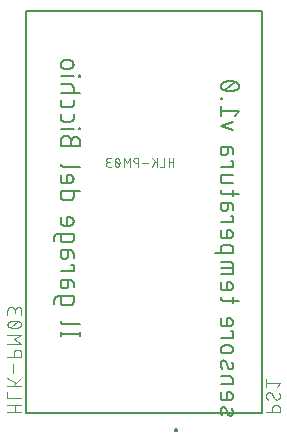
<source format=gbr>
G04 EAGLE Gerber RS-274X export*
G75*
%MOMM*%
%FSLAX34Y34*%
%LPD*%
%INSilkscreen Bottom*%
%IPPOS*%
%AMOC8*
5,1,8,0,0,1.08239X$1,22.5*%
G01*
%ADD10C,0.152400*%
%ADD11C,0.127000*%
%ADD12C,0.076200*%
%ADD13C,0.200000*%
%ADD14C,0.101600*%


D10*
X39878Y112850D02*
X23622Y112850D01*
X23622Y111044D02*
X23622Y114656D01*
X39878Y114656D02*
X39878Y111044D01*
X39878Y120937D02*
X26331Y120937D01*
X26230Y120939D01*
X26129Y120945D01*
X26028Y120954D01*
X25927Y120967D01*
X25827Y120984D01*
X25728Y121005D01*
X25630Y121029D01*
X25533Y121057D01*
X25436Y121089D01*
X25341Y121124D01*
X25248Y121163D01*
X25156Y121205D01*
X25065Y121251D01*
X24977Y121300D01*
X24890Y121352D01*
X24805Y121408D01*
X24722Y121466D01*
X24642Y121528D01*
X24564Y121593D01*
X24488Y121660D01*
X24415Y121730D01*
X24345Y121803D01*
X24278Y121879D01*
X24213Y121957D01*
X24151Y122037D01*
X24093Y122120D01*
X24037Y122205D01*
X23985Y122292D01*
X23936Y122380D01*
X23890Y122471D01*
X23848Y122563D01*
X23809Y122656D01*
X23774Y122751D01*
X23742Y122848D01*
X23714Y122945D01*
X23690Y123043D01*
X23669Y123142D01*
X23652Y123242D01*
X23639Y123343D01*
X23630Y123444D01*
X23624Y123545D01*
X23622Y123646D01*
X23622Y140010D02*
X23622Y144525D01*
X23622Y140010D02*
X23624Y139909D01*
X23630Y139808D01*
X23639Y139707D01*
X23652Y139606D01*
X23669Y139506D01*
X23690Y139407D01*
X23714Y139309D01*
X23742Y139212D01*
X23774Y139115D01*
X23809Y139020D01*
X23848Y138927D01*
X23890Y138835D01*
X23936Y138744D01*
X23985Y138656D01*
X24037Y138569D01*
X24093Y138484D01*
X24151Y138401D01*
X24213Y138321D01*
X24278Y138243D01*
X24345Y138167D01*
X24415Y138094D01*
X24488Y138024D01*
X24564Y137957D01*
X24642Y137892D01*
X24722Y137830D01*
X24805Y137772D01*
X24890Y137716D01*
X24977Y137664D01*
X25065Y137615D01*
X25156Y137569D01*
X25248Y137527D01*
X25341Y137488D01*
X25436Y137453D01*
X25533Y137421D01*
X25630Y137393D01*
X25728Y137369D01*
X25827Y137348D01*
X25927Y137331D01*
X26028Y137318D01*
X26129Y137309D01*
X26230Y137303D01*
X26331Y137301D01*
X26331Y137300D02*
X31750Y137300D01*
X31750Y137301D02*
X31851Y137303D01*
X31952Y137309D01*
X32053Y137318D01*
X32154Y137331D01*
X32254Y137348D01*
X32353Y137369D01*
X32451Y137393D01*
X32548Y137421D01*
X32645Y137453D01*
X32740Y137488D01*
X32833Y137527D01*
X32925Y137569D01*
X33016Y137615D01*
X33104Y137664D01*
X33191Y137716D01*
X33276Y137772D01*
X33359Y137830D01*
X33439Y137892D01*
X33517Y137957D01*
X33593Y138024D01*
X33666Y138094D01*
X33736Y138167D01*
X33803Y138243D01*
X33868Y138321D01*
X33930Y138401D01*
X33988Y138484D01*
X34044Y138569D01*
X34096Y138655D01*
X34145Y138744D01*
X34191Y138835D01*
X34233Y138927D01*
X34272Y139020D01*
X34307Y139115D01*
X34339Y139212D01*
X34367Y139309D01*
X34391Y139407D01*
X34412Y139506D01*
X34429Y139606D01*
X34442Y139707D01*
X34451Y139808D01*
X34457Y139909D01*
X34459Y140010D01*
X34459Y144525D01*
X20913Y144525D01*
X20809Y144523D01*
X20706Y144517D01*
X20602Y144507D01*
X20499Y144493D01*
X20397Y144475D01*
X20296Y144454D01*
X20195Y144428D01*
X20096Y144399D01*
X19997Y144366D01*
X19900Y144329D01*
X19805Y144288D01*
X19711Y144244D01*
X19619Y144196D01*
X19529Y144145D01*
X19440Y144090D01*
X19354Y144032D01*
X19271Y143970D01*
X19189Y143906D01*
X19111Y143838D01*
X19035Y143768D01*
X18961Y143695D01*
X18891Y143618D01*
X18823Y143540D01*
X18759Y143458D01*
X18697Y143375D01*
X18639Y143289D01*
X18584Y143200D01*
X18533Y143110D01*
X18485Y143018D01*
X18441Y142924D01*
X18400Y142829D01*
X18363Y142732D01*
X18330Y142633D01*
X18301Y142534D01*
X18275Y142433D01*
X18254Y142332D01*
X18236Y142230D01*
X18222Y142127D01*
X18212Y142023D01*
X18206Y141920D01*
X18204Y141816D01*
X18203Y141816D02*
X18203Y138203D01*
X29944Y154529D02*
X29944Y158593D01*
X29944Y154529D02*
X29942Y154417D01*
X29936Y154306D01*
X29926Y154195D01*
X29913Y154084D01*
X29895Y153974D01*
X29873Y153865D01*
X29848Y153756D01*
X29819Y153648D01*
X29786Y153542D01*
X29749Y153436D01*
X29709Y153332D01*
X29665Y153230D01*
X29617Y153129D01*
X29566Y153030D01*
X29511Y152932D01*
X29453Y152837D01*
X29392Y152744D01*
X29327Y152653D01*
X29259Y152564D01*
X29188Y152478D01*
X29115Y152395D01*
X29038Y152314D01*
X28958Y152235D01*
X28876Y152160D01*
X28791Y152088D01*
X28704Y152018D01*
X28614Y151952D01*
X28522Y151889D01*
X28427Y151829D01*
X28331Y151773D01*
X28233Y151720D01*
X28133Y151671D01*
X28031Y151625D01*
X27928Y151583D01*
X27823Y151544D01*
X27717Y151509D01*
X27610Y151478D01*
X27502Y151451D01*
X27393Y151427D01*
X27283Y151408D01*
X27173Y151392D01*
X27062Y151380D01*
X26950Y151372D01*
X26839Y151368D01*
X26727Y151368D01*
X26616Y151372D01*
X26504Y151380D01*
X26393Y151392D01*
X26283Y151408D01*
X26173Y151427D01*
X26064Y151451D01*
X25956Y151478D01*
X25849Y151509D01*
X25743Y151544D01*
X25638Y151583D01*
X25535Y151625D01*
X25433Y151671D01*
X25333Y151720D01*
X25235Y151773D01*
X25139Y151829D01*
X25044Y151889D01*
X24952Y151952D01*
X24862Y152018D01*
X24775Y152088D01*
X24690Y152160D01*
X24608Y152235D01*
X24528Y152314D01*
X24451Y152395D01*
X24378Y152478D01*
X24307Y152564D01*
X24239Y152653D01*
X24174Y152744D01*
X24113Y152837D01*
X24055Y152932D01*
X24000Y153030D01*
X23949Y153129D01*
X23901Y153230D01*
X23857Y153332D01*
X23817Y153436D01*
X23780Y153542D01*
X23747Y153648D01*
X23718Y153756D01*
X23693Y153865D01*
X23671Y153974D01*
X23653Y154084D01*
X23640Y154195D01*
X23630Y154306D01*
X23624Y154417D01*
X23622Y154529D01*
X23622Y158593D01*
X31750Y158593D01*
X31851Y158591D01*
X31952Y158585D01*
X32053Y158576D01*
X32154Y158563D01*
X32254Y158546D01*
X32353Y158525D01*
X32451Y158501D01*
X32548Y158473D01*
X32645Y158441D01*
X32740Y158406D01*
X32833Y158367D01*
X32925Y158325D01*
X33016Y158279D01*
X33105Y158230D01*
X33191Y158178D01*
X33276Y158122D01*
X33359Y158064D01*
X33439Y158002D01*
X33517Y157937D01*
X33593Y157870D01*
X33666Y157800D01*
X33736Y157727D01*
X33803Y157651D01*
X33868Y157573D01*
X33930Y157493D01*
X33988Y157410D01*
X34044Y157325D01*
X34096Y157239D01*
X34145Y157150D01*
X34191Y157059D01*
X34233Y156967D01*
X34272Y156874D01*
X34307Y156779D01*
X34339Y156682D01*
X34367Y156585D01*
X34391Y156487D01*
X34412Y156388D01*
X34429Y156288D01*
X34442Y156187D01*
X34451Y156086D01*
X34457Y155985D01*
X34459Y155884D01*
X34459Y152271D01*
X34459Y166116D02*
X23622Y166116D01*
X34459Y166116D02*
X34459Y171534D01*
X32653Y171534D01*
X29944Y179539D02*
X29944Y183603D01*
X29944Y179539D02*
X29942Y179427D01*
X29936Y179316D01*
X29926Y179205D01*
X29913Y179094D01*
X29895Y178984D01*
X29873Y178875D01*
X29848Y178766D01*
X29819Y178658D01*
X29786Y178552D01*
X29749Y178446D01*
X29709Y178342D01*
X29665Y178240D01*
X29617Y178139D01*
X29566Y178040D01*
X29511Y177942D01*
X29453Y177847D01*
X29392Y177754D01*
X29327Y177663D01*
X29259Y177574D01*
X29188Y177488D01*
X29115Y177405D01*
X29038Y177324D01*
X28958Y177245D01*
X28876Y177170D01*
X28791Y177098D01*
X28704Y177028D01*
X28614Y176962D01*
X28522Y176899D01*
X28427Y176839D01*
X28331Y176783D01*
X28233Y176730D01*
X28133Y176681D01*
X28031Y176635D01*
X27928Y176593D01*
X27823Y176554D01*
X27717Y176519D01*
X27610Y176488D01*
X27502Y176461D01*
X27393Y176437D01*
X27283Y176418D01*
X27173Y176402D01*
X27062Y176390D01*
X26950Y176382D01*
X26839Y176378D01*
X26727Y176378D01*
X26616Y176382D01*
X26504Y176390D01*
X26393Y176402D01*
X26283Y176418D01*
X26173Y176437D01*
X26064Y176461D01*
X25956Y176488D01*
X25849Y176519D01*
X25743Y176554D01*
X25638Y176593D01*
X25535Y176635D01*
X25433Y176681D01*
X25333Y176730D01*
X25235Y176783D01*
X25139Y176839D01*
X25044Y176899D01*
X24952Y176962D01*
X24862Y177028D01*
X24775Y177098D01*
X24690Y177170D01*
X24608Y177245D01*
X24528Y177324D01*
X24451Y177405D01*
X24378Y177488D01*
X24307Y177574D01*
X24239Y177663D01*
X24174Y177754D01*
X24113Y177847D01*
X24055Y177942D01*
X24000Y178040D01*
X23949Y178139D01*
X23901Y178240D01*
X23857Y178342D01*
X23817Y178446D01*
X23780Y178552D01*
X23747Y178658D01*
X23718Y178766D01*
X23693Y178875D01*
X23671Y178984D01*
X23653Y179094D01*
X23640Y179205D01*
X23630Y179316D01*
X23624Y179427D01*
X23622Y179539D01*
X23622Y183603D01*
X31750Y183603D01*
X31851Y183601D01*
X31952Y183595D01*
X32053Y183586D01*
X32154Y183573D01*
X32254Y183556D01*
X32353Y183535D01*
X32451Y183511D01*
X32548Y183483D01*
X32645Y183451D01*
X32740Y183416D01*
X32833Y183377D01*
X32925Y183335D01*
X33016Y183289D01*
X33105Y183240D01*
X33191Y183188D01*
X33276Y183132D01*
X33359Y183074D01*
X33439Y183012D01*
X33517Y182947D01*
X33593Y182880D01*
X33666Y182810D01*
X33736Y182737D01*
X33803Y182661D01*
X33868Y182583D01*
X33930Y182503D01*
X33988Y182420D01*
X34044Y182335D01*
X34096Y182249D01*
X34145Y182160D01*
X34191Y182069D01*
X34233Y181977D01*
X34272Y181884D01*
X34307Y181789D01*
X34339Y181692D01*
X34367Y181595D01*
X34391Y181497D01*
X34412Y181398D01*
X34429Y181298D01*
X34442Y181197D01*
X34451Y181096D01*
X34457Y180995D01*
X34459Y180894D01*
X34459Y177281D01*
X23622Y193156D02*
X23622Y197671D01*
X23622Y193156D02*
X23624Y193055D01*
X23630Y192954D01*
X23639Y192853D01*
X23652Y192752D01*
X23669Y192652D01*
X23690Y192553D01*
X23714Y192455D01*
X23742Y192358D01*
X23774Y192261D01*
X23809Y192166D01*
X23848Y192073D01*
X23890Y191981D01*
X23936Y191890D01*
X23985Y191802D01*
X24037Y191715D01*
X24093Y191630D01*
X24151Y191547D01*
X24213Y191467D01*
X24278Y191389D01*
X24345Y191313D01*
X24415Y191240D01*
X24488Y191170D01*
X24564Y191103D01*
X24642Y191038D01*
X24722Y190976D01*
X24805Y190918D01*
X24890Y190862D01*
X24977Y190810D01*
X25065Y190761D01*
X25156Y190715D01*
X25248Y190673D01*
X25341Y190634D01*
X25436Y190599D01*
X25533Y190567D01*
X25630Y190539D01*
X25728Y190515D01*
X25827Y190494D01*
X25927Y190477D01*
X26028Y190464D01*
X26129Y190455D01*
X26230Y190449D01*
X26331Y190447D01*
X26331Y190446D02*
X31750Y190446D01*
X31750Y190447D02*
X31851Y190449D01*
X31952Y190455D01*
X32053Y190464D01*
X32154Y190477D01*
X32254Y190494D01*
X32353Y190515D01*
X32451Y190539D01*
X32548Y190567D01*
X32645Y190599D01*
X32740Y190634D01*
X32833Y190673D01*
X32925Y190715D01*
X33016Y190761D01*
X33104Y190810D01*
X33191Y190862D01*
X33276Y190918D01*
X33359Y190976D01*
X33439Y191038D01*
X33517Y191103D01*
X33593Y191170D01*
X33666Y191240D01*
X33736Y191313D01*
X33803Y191389D01*
X33868Y191467D01*
X33930Y191547D01*
X33988Y191630D01*
X34044Y191715D01*
X34096Y191801D01*
X34145Y191890D01*
X34191Y191981D01*
X34233Y192073D01*
X34272Y192166D01*
X34307Y192261D01*
X34339Y192358D01*
X34367Y192455D01*
X34391Y192553D01*
X34412Y192652D01*
X34429Y192752D01*
X34442Y192853D01*
X34451Y192954D01*
X34457Y193055D01*
X34459Y193156D01*
X34459Y197671D01*
X20913Y197671D01*
X20809Y197669D01*
X20706Y197663D01*
X20602Y197653D01*
X20499Y197639D01*
X20397Y197621D01*
X20296Y197600D01*
X20195Y197574D01*
X20096Y197545D01*
X19997Y197512D01*
X19900Y197475D01*
X19805Y197434D01*
X19711Y197390D01*
X19619Y197342D01*
X19529Y197291D01*
X19440Y197236D01*
X19354Y197178D01*
X19271Y197116D01*
X19189Y197052D01*
X19111Y196984D01*
X19035Y196914D01*
X18961Y196841D01*
X18891Y196764D01*
X18823Y196686D01*
X18759Y196604D01*
X18697Y196521D01*
X18639Y196435D01*
X18584Y196346D01*
X18533Y196256D01*
X18485Y196164D01*
X18441Y196070D01*
X18400Y195975D01*
X18363Y195878D01*
X18330Y195779D01*
X18301Y195680D01*
X18275Y195579D01*
X18254Y195478D01*
X18236Y195376D01*
X18222Y195273D01*
X18212Y195169D01*
X18206Y195066D01*
X18204Y194962D01*
X18203Y194962D02*
X18203Y191349D01*
X23622Y207297D02*
X23622Y211813D01*
X23622Y207297D02*
X23624Y207196D01*
X23630Y207095D01*
X23639Y206994D01*
X23652Y206893D01*
X23669Y206793D01*
X23690Y206694D01*
X23714Y206596D01*
X23742Y206499D01*
X23774Y206402D01*
X23809Y206307D01*
X23848Y206214D01*
X23890Y206122D01*
X23936Y206031D01*
X23985Y205943D01*
X24037Y205856D01*
X24093Y205771D01*
X24151Y205688D01*
X24213Y205608D01*
X24278Y205530D01*
X24345Y205454D01*
X24415Y205381D01*
X24488Y205311D01*
X24564Y205244D01*
X24642Y205179D01*
X24722Y205117D01*
X24805Y205059D01*
X24890Y205003D01*
X24977Y204951D01*
X25065Y204902D01*
X25156Y204856D01*
X25248Y204814D01*
X25341Y204775D01*
X25436Y204740D01*
X25533Y204708D01*
X25630Y204680D01*
X25728Y204656D01*
X25827Y204635D01*
X25927Y204618D01*
X26028Y204605D01*
X26129Y204596D01*
X26230Y204590D01*
X26331Y204588D01*
X30847Y204588D01*
X30966Y204590D01*
X31086Y204596D01*
X31205Y204606D01*
X31323Y204620D01*
X31442Y204637D01*
X31559Y204659D01*
X31676Y204684D01*
X31791Y204714D01*
X31906Y204747D01*
X32020Y204784D01*
X32132Y204824D01*
X32243Y204869D01*
X32352Y204917D01*
X32460Y204968D01*
X32566Y205023D01*
X32670Y205082D01*
X32772Y205144D01*
X32872Y205209D01*
X32970Y205278D01*
X33066Y205350D01*
X33159Y205425D01*
X33249Y205502D01*
X33337Y205583D01*
X33422Y205667D01*
X33504Y205754D01*
X33584Y205843D01*
X33660Y205935D01*
X33734Y206029D01*
X33804Y206126D01*
X33871Y206224D01*
X33935Y206325D01*
X33995Y206429D01*
X34052Y206534D01*
X34105Y206641D01*
X34155Y206749D01*
X34201Y206859D01*
X34243Y206971D01*
X34282Y207084D01*
X34317Y207198D01*
X34348Y207313D01*
X34376Y207430D01*
X34399Y207547D01*
X34419Y207664D01*
X34435Y207783D01*
X34447Y207902D01*
X34455Y208021D01*
X34459Y208140D01*
X34459Y208260D01*
X34455Y208379D01*
X34447Y208498D01*
X34435Y208617D01*
X34419Y208736D01*
X34399Y208853D01*
X34376Y208970D01*
X34348Y209087D01*
X34317Y209202D01*
X34282Y209316D01*
X34243Y209429D01*
X34201Y209541D01*
X34155Y209651D01*
X34105Y209759D01*
X34052Y209866D01*
X33995Y209971D01*
X33935Y210075D01*
X33871Y210176D01*
X33804Y210274D01*
X33734Y210371D01*
X33660Y210465D01*
X33584Y210557D01*
X33504Y210646D01*
X33422Y210733D01*
X33337Y210817D01*
X33249Y210898D01*
X33159Y210975D01*
X33066Y211050D01*
X32970Y211122D01*
X32872Y211191D01*
X32772Y211256D01*
X32670Y211318D01*
X32566Y211377D01*
X32460Y211432D01*
X32352Y211483D01*
X32243Y211531D01*
X32132Y211576D01*
X32020Y211616D01*
X31906Y211653D01*
X31791Y211686D01*
X31676Y211716D01*
X31559Y211741D01*
X31442Y211763D01*
X31323Y211780D01*
X31205Y211794D01*
X31086Y211804D01*
X30966Y211810D01*
X30847Y211812D01*
X30847Y211813D02*
X29041Y211813D01*
X29041Y204588D01*
X23622Y233623D02*
X39878Y233623D01*
X23622Y233623D02*
X23622Y229107D01*
X23624Y229006D01*
X23630Y228905D01*
X23639Y228804D01*
X23652Y228703D01*
X23669Y228603D01*
X23690Y228504D01*
X23714Y228406D01*
X23742Y228309D01*
X23774Y228212D01*
X23809Y228117D01*
X23848Y228024D01*
X23890Y227932D01*
X23936Y227841D01*
X23985Y227753D01*
X24037Y227666D01*
X24093Y227581D01*
X24151Y227498D01*
X24213Y227418D01*
X24278Y227340D01*
X24345Y227264D01*
X24415Y227191D01*
X24488Y227121D01*
X24564Y227054D01*
X24642Y226989D01*
X24722Y226927D01*
X24805Y226869D01*
X24890Y226813D01*
X24977Y226761D01*
X25065Y226712D01*
X25156Y226666D01*
X25248Y226624D01*
X25341Y226585D01*
X25436Y226550D01*
X25533Y226518D01*
X25630Y226490D01*
X25728Y226466D01*
X25827Y226445D01*
X25927Y226428D01*
X26028Y226415D01*
X26129Y226406D01*
X26230Y226400D01*
X26331Y226398D01*
X31750Y226398D01*
X31851Y226400D01*
X31952Y226406D01*
X32053Y226415D01*
X32154Y226428D01*
X32254Y226445D01*
X32353Y226466D01*
X32451Y226490D01*
X32548Y226518D01*
X32645Y226550D01*
X32740Y226585D01*
X32833Y226624D01*
X32925Y226666D01*
X33016Y226712D01*
X33104Y226761D01*
X33191Y226813D01*
X33276Y226869D01*
X33359Y226927D01*
X33439Y226989D01*
X33517Y227054D01*
X33593Y227121D01*
X33666Y227191D01*
X33736Y227264D01*
X33803Y227340D01*
X33868Y227418D01*
X33930Y227498D01*
X33988Y227581D01*
X34044Y227666D01*
X34096Y227752D01*
X34145Y227841D01*
X34191Y227932D01*
X34233Y228024D01*
X34272Y228117D01*
X34307Y228212D01*
X34339Y228309D01*
X34367Y228406D01*
X34391Y228504D01*
X34412Y228603D01*
X34429Y228703D01*
X34442Y228804D01*
X34451Y228905D01*
X34457Y229006D01*
X34459Y229107D01*
X34459Y233623D01*
X23622Y243249D02*
X23622Y247764D01*
X23622Y243249D02*
X23624Y243148D01*
X23630Y243047D01*
X23639Y242946D01*
X23652Y242845D01*
X23669Y242745D01*
X23690Y242646D01*
X23714Y242548D01*
X23742Y242451D01*
X23774Y242354D01*
X23809Y242259D01*
X23848Y242166D01*
X23890Y242074D01*
X23936Y241983D01*
X23985Y241895D01*
X24037Y241808D01*
X24093Y241723D01*
X24151Y241640D01*
X24213Y241560D01*
X24278Y241482D01*
X24345Y241406D01*
X24415Y241333D01*
X24488Y241263D01*
X24564Y241196D01*
X24642Y241131D01*
X24722Y241069D01*
X24805Y241011D01*
X24890Y240955D01*
X24977Y240903D01*
X25065Y240854D01*
X25156Y240808D01*
X25248Y240766D01*
X25341Y240727D01*
X25436Y240692D01*
X25533Y240660D01*
X25630Y240632D01*
X25728Y240608D01*
X25827Y240587D01*
X25927Y240570D01*
X26028Y240557D01*
X26129Y240548D01*
X26230Y240542D01*
X26331Y240540D01*
X30847Y240540D01*
X30966Y240542D01*
X31086Y240548D01*
X31205Y240558D01*
X31323Y240572D01*
X31442Y240589D01*
X31559Y240611D01*
X31676Y240636D01*
X31791Y240666D01*
X31906Y240699D01*
X32020Y240736D01*
X32132Y240776D01*
X32243Y240821D01*
X32352Y240869D01*
X32460Y240920D01*
X32566Y240975D01*
X32670Y241034D01*
X32772Y241096D01*
X32872Y241161D01*
X32970Y241230D01*
X33066Y241302D01*
X33159Y241377D01*
X33249Y241454D01*
X33337Y241535D01*
X33422Y241619D01*
X33504Y241706D01*
X33584Y241795D01*
X33660Y241887D01*
X33734Y241981D01*
X33804Y242078D01*
X33871Y242176D01*
X33935Y242277D01*
X33995Y242381D01*
X34052Y242486D01*
X34105Y242593D01*
X34155Y242701D01*
X34201Y242811D01*
X34243Y242923D01*
X34282Y243036D01*
X34317Y243150D01*
X34348Y243265D01*
X34376Y243382D01*
X34399Y243499D01*
X34419Y243616D01*
X34435Y243735D01*
X34447Y243854D01*
X34455Y243973D01*
X34459Y244092D01*
X34459Y244212D01*
X34455Y244331D01*
X34447Y244450D01*
X34435Y244569D01*
X34419Y244688D01*
X34399Y244805D01*
X34376Y244922D01*
X34348Y245039D01*
X34317Y245154D01*
X34282Y245268D01*
X34243Y245381D01*
X34201Y245493D01*
X34155Y245603D01*
X34105Y245711D01*
X34052Y245818D01*
X33995Y245923D01*
X33935Y246027D01*
X33871Y246128D01*
X33804Y246226D01*
X33734Y246323D01*
X33660Y246417D01*
X33584Y246509D01*
X33504Y246598D01*
X33422Y246685D01*
X33337Y246769D01*
X33249Y246850D01*
X33159Y246927D01*
X33066Y247002D01*
X32970Y247074D01*
X32872Y247143D01*
X32772Y247208D01*
X32670Y247270D01*
X32566Y247329D01*
X32460Y247384D01*
X32352Y247435D01*
X32243Y247483D01*
X32132Y247528D01*
X32020Y247568D01*
X31906Y247605D01*
X31791Y247638D01*
X31676Y247668D01*
X31559Y247693D01*
X31442Y247715D01*
X31323Y247732D01*
X31205Y247746D01*
X31086Y247756D01*
X30966Y247762D01*
X30847Y247764D01*
X29041Y247764D01*
X29041Y240540D01*
X26331Y254324D02*
X39878Y254324D01*
X26331Y254324D02*
X26230Y254326D01*
X26129Y254332D01*
X26028Y254341D01*
X25927Y254354D01*
X25827Y254371D01*
X25728Y254392D01*
X25630Y254416D01*
X25533Y254444D01*
X25436Y254476D01*
X25341Y254511D01*
X25248Y254550D01*
X25156Y254592D01*
X25065Y254638D01*
X24977Y254687D01*
X24890Y254739D01*
X24805Y254795D01*
X24722Y254853D01*
X24642Y254915D01*
X24564Y254980D01*
X24488Y255047D01*
X24415Y255117D01*
X24345Y255190D01*
X24278Y255266D01*
X24213Y255344D01*
X24151Y255424D01*
X24093Y255507D01*
X24037Y255592D01*
X23985Y255679D01*
X23936Y255767D01*
X23890Y255858D01*
X23848Y255950D01*
X23809Y256043D01*
X23774Y256138D01*
X23742Y256235D01*
X23714Y256332D01*
X23690Y256430D01*
X23669Y256529D01*
X23652Y256629D01*
X23639Y256730D01*
X23630Y256831D01*
X23624Y256932D01*
X23622Y257033D01*
X32653Y271631D02*
X32653Y276146D01*
X32654Y276146D02*
X32652Y276279D01*
X32646Y276411D01*
X32636Y276543D01*
X32623Y276675D01*
X32605Y276807D01*
X32584Y276937D01*
X32559Y277068D01*
X32530Y277197D01*
X32497Y277325D01*
X32461Y277453D01*
X32421Y277579D01*
X32377Y277704D01*
X32329Y277828D01*
X32278Y277950D01*
X32223Y278071D01*
X32165Y278190D01*
X32103Y278308D01*
X32038Y278423D01*
X31969Y278537D01*
X31898Y278648D01*
X31822Y278757D01*
X31744Y278864D01*
X31663Y278969D01*
X31578Y279071D01*
X31491Y279171D01*
X31401Y279268D01*
X31308Y279363D01*
X31212Y279454D01*
X31114Y279543D01*
X31013Y279629D01*
X30909Y279712D01*
X30803Y279792D01*
X30695Y279868D01*
X30585Y279942D01*
X30472Y280012D01*
X30358Y280079D01*
X30241Y280142D01*
X30123Y280202D01*
X30003Y280259D01*
X29881Y280312D01*
X29758Y280361D01*
X29634Y280407D01*
X29508Y280449D01*
X29381Y280487D01*
X29253Y280522D01*
X29124Y280553D01*
X28995Y280580D01*
X28864Y280603D01*
X28733Y280623D01*
X28601Y280638D01*
X28469Y280650D01*
X28337Y280658D01*
X28204Y280662D01*
X28072Y280662D01*
X27939Y280658D01*
X27807Y280650D01*
X27675Y280638D01*
X27543Y280623D01*
X27412Y280603D01*
X27281Y280580D01*
X27152Y280553D01*
X27023Y280522D01*
X26895Y280487D01*
X26768Y280449D01*
X26642Y280407D01*
X26518Y280361D01*
X26395Y280312D01*
X26273Y280259D01*
X26153Y280202D01*
X26035Y280142D01*
X25918Y280079D01*
X25804Y280012D01*
X25691Y279942D01*
X25581Y279868D01*
X25473Y279792D01*
X25367Y279712D01*
X25263Y279629D01*
X25162Y279543D01*
X25064Y279454D01*
X24968Y279363D01*
X24875Y279268D01*
X24785Y279171D01*
X24698Y279071D01*
X24613Y278969D01*
X24532Y278864D01*
X24454Y278757D01*
X24378Y278648D01*
X24307Y278537D01*
X24238Y278423D01*
X24173Y278308D01*
X24111Y278190D01*
X24053Y278071D01*
X23998Y277950D01*
X23947Y277828D01*
X23899Y277704D01*
X23855Y277579D01*
X23815Y277453D01*
X23779Y277325D01*
X23746Y277197D01*
X23717Y277068D01*
X23692Y276937D01*
X23671Y276807D01*
X23653Y276675D01*
X23640Y276543D01*
X23630Y276411D01*
X23624Y276279D01*
X23622Y276146D01*
X23622Y271631D01*
X39878Y271631D01*
X39878Y276146D01*
X39876Y276265D01*
X39870Y276385D01*
X39860Y276504D01*
X39846Y276622D01*
X39829Y276741D01*
X39807Y276858D01*
X39782Y276975D01*
X39752Y277090D01*
X39719Y277205D01*
X39682Y277319D01*
X39642Y277431D01*
X39597Y277542D01*
X39549Y277651D01*
X39498Y277759D01*
X39443Y277865D01*
X39384Y277969D01*
X39322Y278071D01*
X39257Y278171D01*
X39188Y278269D01*
X39116Y278365D01*
X39041Y278458D01*
X38964Y278548D01*
X38883Y278636D01*
X38799Y278721D01*
X38712Y278803D01*
X38623Y278883D01*
X38531Y278959D01*
X38437Y279033D01*
X38340Y279103D01*
X38242Y279170D01*
X38141Y279234D01*
X38037Y279294D01*
X37932Y279351D01*
X37825Y279404D01*
X37717Y279454D01*
X37607Y279500D01*
X37495Y279542D01*
X37382Y279581D01*
X37268Y279616D01*
X37153Y279647D01*
X37036Y279675D01*
X36919Y279698D01*
X36802Y279718D01*
X36683Y279734D01*
X36564Y279746D01*
X36445Y279754D01*
X36326Y279758D01*
X36206Y279758D01*
X36087Y279754D01*
X35968Y279746D01*
X35849Y279734D01*
X35730Y279718D01*
X35613Y279698D01*
X35496Y279675D01*
X35379Y279647D01*
X35264Y279616D01*
X35150Y279581D01*
X35037Y279542D01*
X34925Y279500D01*
X34815Y279454D01*
X34707Y279404D01*
X34600Y279351D01*
X34495Y279294D01*
X34391Y279234D01*
X34290Y279170D01*
X34192Y279103D01*
X34095Y279033D01*
X34001Y278959D01*
X33909Y278883D01*
X33820Y278803D01*
X33733Y278721D01*
X33649Y278636D01*
X33568Y278548D01*
X33491Y278458D01*
X33416Y278365D01*
X33344Y278269D01*
X33275Y278171D01*
X33210Y278071D01*
X33148Y277969D01*
X33089Y277865D01*
X33034Y277759D01*
X32983Y277651D01*
X32935Y277542D01*
X32890Y277431D01*
X32850Y277319D01*
X32813Y277205D01*
X32780Y277090D01*
X32750Y276975D01*
X32725Y276858D01*
X32703Y276741D01*
X32686Y276622D01*
X32672Y276504D01*
X32662Y276385D01*
X32656Y276265D01*
X32654Y276146D01*
X34459Y286356D02*
X23622Y286356D01*
X38975Y285905D02*
X39878Y285905D01*
X39878Y286808D01*
X38975Y286808D01*
X38975Y285905D01*
X23622Y295371D02*
X23622Y298983D01*
X23622Y295371D02*
X23624Y295270D01*
X23630Y295169D01*
X23639Y295068D01*
X23652Y294967D01*
X23669Y294867D01*
X23690Y294768D01*
X23714Y294670D01*
X23742Y294573D01*
X23774Y294476D01*
X23809Y294381D01*
X23848Y294288D01*
X23890Y294196D01*
X23936Y294105D01*
X23985Y294017D01*
X24037Y293930D01*
X24093Y293845D01*
X24151Y293762D01*
X24213Y293682D01*
X24278Y293604D01*
X24345Y293528D01*
X24415Y293455D01*
X24488Y293385D01*
X24564Y293318D01*
X24642Y293253D01*
X24722Y293191D01*
X24805Y293133D01*
X24890Y293077D01*
X24977Y293025D01*
X25065Y292976D01*
X25156Y292930D01*
X25248Y292888D01*
X25341Y292849D01*
X25436Y292814D01*
X25533Y292782D01*
X25630Y292754D01*
X25728Y292730D01*
X25827Y292709D01*
X25927Y292692D01*
X26028Y292679D01*
X26129Y292670D01*
X26230Y292664D01*
X26331Y292662D01*
X26331Y292661D02*
X31750Y292661D01*
X31750Y292662D02*
X31851Y292664D01*
X31952Y292670D01*
X32053Y292679D01*
X32154Y292692D01*
X32254Y292709D01*
X32353Y292730D01*
X32451Y292754D01*
X32548Y292782D01*
X32645Y292814D01*
X32740Y292849D01*
X32833Y292888D01*
X32925Y292930D01*
X33016Y292976D01*
X33104Y293025D01*
X33191Y293077D01*
X33276Y293133D01*
X33359Y293191D01*
X33439Y293253D01*
X33517Y293318D01*
X33593Y293385D01*
X33666Y293455D01*
X33736Y293528D01*
X33803Y293604D01*
X33868Y293682D01*
X33930Y293762D01*
X33988Y293845D01*
X34044Y293930D01*
X34096Y294017D01*
X34145Y294105D01*
X34191Y294196D01*
X34233Y294288D01*
X34272Y294381D01*
X34307Y294476D01*
X34339Y294573D01*
X34367Y294670D01*
X34391Y294768D01*
X34412Y294867D01*
X34429Y294967D01*
X34442Y295068D01*
X34451Y295169D01*
X34457Y295270D01*
X34459Y295371D01*
X34459Y298983D01*
X23622Y307354D02*
X23622Y310967D01*
X23622Y307354D02*
X23624Y307253D01*
X23630Y307152D01*
X23639Y307051D01*
X23652Y306950D01*
X23669Y306850D01*
X23690Y306751D01*
X23714Y306653D01*
X23742Y306556D01*
X23774Y306459D01*
X23809Y306364D01*
X23848Y306271D01*
X23890Y306179D01*
X23936Y306088D01*
X23985Y306000D01*
X24037Y305913D01*
X24093Y305828D01*
X24151Y305745D01*
X24213Y305665D01*
X24278Y305587D01*
X24345Y305511D01*
X24415Y305438D01*
X24488Y305368D01*
X24564Y305301D01*
X24642Y305236D01*
X24722Y305174D01*
X24805Y305116D01*
X24890Y305060D01*
X24977Y305008D01*
X25065Y304959D01*
X25156Y304913D01*
X25248Y304871D01*
X25341Y304832D01*
X25436Y304797D01*
X25533Y304765D01*
X25630Y304737D01*
X25728Y304713D01*
X25827Y304692D01*
X25927Y304675D01*
X26028Y304662D01*
X26129Y304653D01*
X26230Y304647D01*
X26331Y304645D01*
X31750Y304645D01*
X31851Y304647D01*
X31952Y304653D01*
X32053Y304662D01*
X32154Y304675D01*
X32254Y304692D01*
X32353Y304713D01*
X32451Y304737D01*
X32548Y304765D01*
X32645Y304797D01*
X32740Y304832D01*
X32833Y304871D01*
X32925Y304913D01*
X33016Y304959D01*
X33104Y305008D01*
X33191Y305060D01*
X33276Y305116D01*
X33359Y305174D01*
X33439Y305236D01*
X33517Y305301D01*
X33593Y305368D01*
X33666Y305438D01*
X33736Y305511D01*
X33803Y305587D01*
X33868Y305665D01*
X33930Y305745D01*
X33988Y305828D01*
X34044Y305913D01*
X34096Y306000D01*
X34145Y306088D01*
X34191Y306179D01*
X34233Y306271D01*
X34272Y306364D01*
X34307Y306459D01*
X34339Y306556D01*
X34367Y306653D01*
X34391Y306751D01*
X34412Y306850D01*
X34429Y306950D01*
X34442Y307051D01*
X34451Y307152D01*
X34457Y307253D01*
X34459Y307354D01*
X34459Y310967D01*
X39878Y317133D02*
X23622Y317133D01*
X34459Y317133D02*
X34459Y321648D01*
X34457Y321752D01*
X34451Y321855D01*
X34441Y321959D01*
X34427Y322062D01*
X34409Y322164D01*
X34388Y322265D01*
X34362Y322366D01*
X34333Y322465D01*
X34300Y322564D01*
X34263Y322661D01*
X34222Y322756D01*
X34178Y322850D01*
X34130Y322942D01*
X34079Y323032D01*
X34024Y323121D01*
X33966Y323207D01*
X33904Y323290D01*
X33840Y323372D01*
X33772Y323450D01*
X33702Y323526D01*
X33629Y323600D01*
X33552Y323670D01*
X33474Y323738D01*
X33392Y323802D01*
X33309Y323864D01*
X33223Y323922D01*
X33134Y323977D01*
X33044Y324028D01*
X32952Y324076D01*
X32858Y324120D01*
X32763Y324161D01*
X32666Y324198D01*
X32567Y324231D01*
X32468Y324260D01*
X32367Y324286D01*
X32266Y324307D01*
X32164Y324325D01*
X32061Y324339D01*
X31957Y324349D01*
X31854Y324355D01*
X31750Y324357D01*
X23622Y324357D01*
X23622Y331166D02*
X34459Y331166D01*
X38975Y330714D02*
X39878Y330714D01*
X39878Y331617D01*
X38975Y331617D01*
X38975Y330714D01*
X30847Y337453D02*
X27234Y337453D01*
X30847Y337454D02*
X30966Y337456D01*
X31086Y337462D01*
X31205Y337472D01*
X31323Y337486D01*
X31442Y337503D01*
X31559Y337525D01*
X31676Y337550D01*
X31791Y337580D01*
X31906Y337613D01*
X32020Y337650D01*
X32132Y337690D01*
X32243Y337735D01*
X32352Y337783D01*
X32460Y337834D01*
X32566Y337889D01*
X32670Y337948D01*
X32772Y338010D01*
X32872Y338075D01*
X32970Y338144D01*
X33066Y338216D01*
X33159Y338291D01*
X33249Y338368D01*
X33337Y338449D01*
X33422Y338533D01*
X33504Y338620D01*
X33584Y338709D01*
X33660Y338801D01*
X33734Y338895D01*
X33804Y338992D01*
X33871Y339090D01*
X33935Y339191D01*
X33995Y339295D01*
X34052Y339400D01*
X34105Y339507D01*
X34155Y339615D01*
X34201Y339725D01*
X34243Y339837D01*
X34282Y339950D01*
X34317Y340064D01*
X34348Y340179D01*
X34376Y340296D01*
X34399Y340413D01*
X34419Y340530D01*
X34435Y340649D01*
X34447Y340768D01*
X34455Y340887D01*
X34459Y341006D01*
X34459Y341126D01*
X34455Y341245D01*
X34447Y341364D01*
X34435Y341483D01*
X34419Y341602D01*
X34399Y341719D01*
X34376Y341836D01*
X34348Y341953D01*
X34317Y342068D01*
X34282Y342182D01*
X34243Y342295D01*
X34201Y342407D01*
X34155Y342517D01*
X34105Y342625D01*
X34052Y342732D01*
X33995Y342837D01*
X33935Y342941D01*
X33871Y343042D01*
X33804Y343140D01*
X33734Y343237D01*
X33660Y343331D01*
X33584Y343423D01*
X33504Y343512D01*
X33422Y343599D01*
X33337Y343683D01*
X33249Y343764D01*
X33159Y343841D01*
X33066Y343916D01*
X32970Y343988D01*
X32872Y344057D01*
X32772Y344122D01*
X32670Y344184D01*
X32566Y344243D01*
X32460Y344298D01*
X32352Y344349D01*
X32243Y344397D01*
X32132Y344442D01*
X32020Y344482D01*
X31906Y344519D01*
X31791Y344552D01*
X31676Y344582D01*
X31559Y344607D01*
X31442Y344629D01*
X31323Y344646D01*
X31205Y344660D01*
X31086Y344670D01*
X30966Y344676D01*
X30847Y344678D01*
X27234Y344678D01*
X27115Y344676D01*
X26995Y344670D01*
X26876Y344660D01*
X26758Y344646D01*
X26639Y344629D01*
X26522Y344607D01*
X26405Y344582D01*
X26290Y344552D01*
X26175Y344519D01*
X26061Y344482D01*
X25949Y344442D01*
X25838Y344397D01*
X25729Y344349D01*
X25621Y344298D01*
X25515Y344243D01*
X25411Y344184D01*
X25309Y344122D01*
X25209Y344057D01*
X25111Y343988D01*
X25015Y343916D01*
X24922Y343841D01*
X24832Y343764D01*
X24744Y343683D01*
X24659Y343599D01*
X24577Y343512D01*
X24497Y343423D01*
X24421Y343331D01*
X24347Y343237D01*
X24277Y343140D01*
X24210Y343042D01*
X24146Y342941D01*
X24086Y342837D01*
X24029Y342732D01*
X23976Y342625D01*
X23926Y342517D01*
X23880Y342407D01*
X23838Y342295D01*
X23799Y342182D01*
X23764Y342068D01*
X23733Y341953D01*
X23705Y341836D01*
X23682Y341719D01*
X23662Y341602D01*
X23646Y341483D01*
X23634Y341364D01*
X23626Y341245D01*
X23622Y341126D01*
X23622Y341006D01*
X23626Y340887D01*
X23634Y340768D01*
X23646Y340649D01*
X23662Y340530D01*
X23682Y340413D01*
X23705Y340296D01*
X23733Y340179D01*
X23764Y340064D01*
X23799Y339950D01*
X23838Y339837D01*
X23880Y339725D01*
X23926Y339615D01*
X23976Y339507D01*
X24029Y339400D01*
X24086Y339295D01*
X24146Y339191D01*
X24210Y339090D01*
X24277Y338992D01*
X24347Y338895D01*
X24421Y338801D01*
X24497Y338709D01*
X24577Y338620D01*
X24659Y338533D01*
X24744Y338449D01*
X24832Y338368D01*
X24922Y338291D01*
X25015Y338216D01*
X25111Y338144D01*
X25209Y338075D01*
X25309Y338010D01*
X25411Y337948D01*
X25515Y337889D01*
X25621Y337834D01*
X25729Y337783D01*
X25838Y337735D01*
X25949Y337690D01*
X26061Y337650D01*
X26175Y337613D01*
X26290Y337580D01*
X26405Y337550D01*
X26522Y337525D01*
X26639Y337503D01*
X26758Y337486D01*
X26876Y337472D01*
X26995Y337462D01*
X27115Y337456D01*
X27234Y337454D01*
D11*
X163435Y49361D02*
X165156Y45057D01*
X165157Y45057D02*
X165193Y44971D01*
X165234Y44886D01*
X165277Y44803D01*
X165325Y44722D01*
X165375Y44643D01*
X165429Y44566D01*
X165486Y44491D01*
X165546Y44419D01*
X165610Y44350D01*
X165676Y44283D01*
X165744Y44219D01*
X165816Y44158D01*
X165890Y44101D01*
X165966Y44046D01*
X166044Y43994D01*
X166125Y43946D01*
X166207Y43902D01*
X166292Y43860D01*
X166378Y43823D01*
X166465Y43789D01*
X166554Y43759D01*
X166644Y43732D01*
X166735Y43709D01*
X166827Y43690D01*
X166920Y43676D01*
X167013Y43664D01*
X167107Y43657D01*
X167200Y43654D01*
X167294Y43655D01*
X167388Y43660D01*
X167481Y43668D01*
X167574Y43681D01*
X167667Y43697D01*
X167758Y43718D01*
X167849Y43742D01*
X167939Y43770D01*
X168027Y43802D01*
X168114Y43837D01*
X168199Y43876D01*
X168283Y43918D01*
X168365Y43965D01*
X168444Y44014D01*
X168522Y44067D01*
X168597Y44123D01*
X168670Y44182D01*
X168741Y44244D01*
X168808Y44309D01*
X168873Y44377D01*
X168935Y44447D01*
X168994Y44520D01*
X169050Y44596D01*
X169103Y44673D01*
X169152Y44753D01*
X169198Y44835D01*
X169240Y44919D01*
X169279Y45004D01*
X169315Y45091D01*
X169346Y45179D01*
X169374Y45269D01*
X169398Y45360D01*
X169418Y45451D01*
X169435Y45544D01*
X169447Y45637D01*
X169456Y45730D01*
X169460Y45824D01*
X169461Y45918D01*
X169460Y45918D02*
X169454Y46153D01*
X169442Y46387D01*
X169425Y46622D01*
X169401Y46856D01*
X169373Y47089D01*
X169338Y47321D01*
X169298Y47553D01*
X169253Y47784D01*
X169202Y48013D01*
X169146Y48241D01*
X169084Y48468D01*
X169016Y48693D01*
X168943Y48917D01*
X168865Y49138D01*
X168782Y49358D01*
X168693Y49576D01*
X168599Y49791D01*
X163435Y49361D02*
X163399Y49447D01*
X163358Y49532D01*
X163315Y49615D01*
X163267Y49696D01*
X163217Y49775D01*
X163163Y49852D01*
X163106Y49927D01*
X163046Y49999D01*
X162982Y50068D01*
X162916Y50135D01*
X162848Y50199D01*
X162776Y50260D01*
X162702Y50317D01*
X162626Y50372D01*
X162548Y50424D01*
X162467Y50472D01*
X162385Y50516D01*
X162300Y50558D01*
X162214Y50595D01*
X162127Y50629D01*
X162038Y50659D01*
X161948Y50686D01*
X161857Y50709D01*
X161765Y50728D01*
X161672Y50742D01*
X161579Y50754D01*
X161485Y50761D01*
X161392Y50764D01*
X161298Y50763D01*
X161204Y50758D01*
X161111Y50750D01*
X161018Y50737D01*
X160925Y50721D01*
X160834Y50700D01*
X160743Y50676D01*
X160653Y50648D01*
X160565Y50616D01*
X160478Y50581D01*
X160393Y50542D01*
X160309Y50500D01*
X160227Y50453D01*
X160148Y50404D01*
X160070Y50351D01*
X159995Y50295D01*
X159922Y50236D01*
X159851Y50174D01*
X159784Y50109D01*
X159719Y50041D01*
X159657Y49971D01*
X159598Y49898D01*
X159542Y49822D01*
X159489Y49745D01*
X159440Y49665D01*
X159394Y49583D01*
X159352Y49499D01*
X159313Y49414D01*
X159277Y49327D01*
X159246Y49239D01*
X159218Y49149D01*
X159194Y49058D01*
X159174Y48967D01*
X159157Y48874D01*
X159145Y48781D01*
X159136Y48688D01*
X159132Y48594D01*
X159131Y48500D01*
X159131Y48501D02*
X159141Y48155D01*
X159158Y47811D01*
X159183Y47466D01*
X159216Y47123D01*
X159258Y46780D01*
X159308Y46438D01*
X159365Y46098D01*
X159431Y45759D01*
X159505Y45421D01*
X159587Y45086D01*
X159676Y44753D01*
X159774Y44421D01*
X159879Y44093D01*
X159992Y43766D01*
X159131Y59232D02*
X159131Y63536D01*
X159131Y59232D02*
X159133Y59133D01*
X159139Y59034D01*
X159148Y58936D01*
X159161Y58838D01*
X159178Y58740D01*
X159199Y58644D01*
X159223Y58548D01*
X159251Y58453D01*
X159283Y58359D01*
X159318Y58267D01*
X159357Y58176D01*
X159399Y58086D01*
X159445Y57999D01*
X159494Y57913D01*
X159546Y57829D01*
X159601Y57747D01*
X159660Y57667D01*
X159721Y57589D01*
X159785Y57514D01*
X159853Y57442D01*
X159923Y57372D01*
X159995Y57304D01*
X160070Y57240D01*
X160148Y57179D01*
X160228Y57120D01*
X160310Y57065D01*
X160394Y57013D01*
X160480Y56964D01*
X160567Y56918D01*
X160657Y56876D01*
X160748Y56837D01*
X160840Y56802D01*
X160934Y56770D01*
X161029Y56742D01*
X161125Y56718D01*
X161221Y56697D01*
X161319Y56680D01*
X161417Y56667D01*
X161515Y56658D01*
X161614Y56652D01*
X161713Y56650D01*
X161713Y56649D02*
X166017Y56649D01*
X166017Y56650D02*
X166133Y56652D01*
X166249Y56658D01*
X166365Y56668D01*
X166481Y56681D01*
X166596Y56699D01*
X166710Y56720D01*
X166824Y56746D01*
X166936Y56775D01*
X167048Y56808D01*
X167158Y56845D01*
X167267Y56885D01*
X167375Y56929D01*
X167481Y56977D01*
X167585Y57028D01*
X167688Y57083D01*
X167789Y57141D01*
X167887Y57202D01*
X167984Y57267D01*
X168078Y57335D01*
X168170Y57406D01*
X168260Y57481D01*
X168347Y57558D01*
X168431Y57638D01*
X168512Y57721D01*
X168591Y57807D01*
X168667Y57895D01*
X168740Y57986D01*
X168809Y58079D01*
X168876Y58174D01*
X168939Y58272D01*
X168999Y58371D01*
X169055Y58473D01*
X169108Y58577D01*
X169158Y58682D01*
X169203Y58789D01*
X169246Y58897D01*
X169284Y59007D01*
X169319Y59118D01*
X169350Y59230D01*
X169377Y59343D01*
X169401Y59457D01*
X169420Y59572D01*
X169436Y59687D01*
X169448Y59803D01*
X169456Y59919D01*
X169460Y60035D01*
X169460Y60151D01*
X169456Y60267D01*
X169448Y60383D01*
X169436Y60499D01*
X169420Y60614D01*
X169401Y60729D01*
X169377Y60843D01*
X169350Y60956D01*
X169319Y61068D01*
X169284Y61179D01*
X169246Y61289D01*
X169203Y61397D01*
X169158Y61504D01*
X169108Y61609D01*
X169055Y61713D01*
X168999Y61814D01*
X168939Y61914D01*
X168876Y62012D01*
X168809Y62107D01*
X168740Y62200D01*
X168667Y62291D01*
X168591Y62379D01*
X168512Y62465D01*
X168431Y62548D01*
X168347Y62628D01*
X168260Y62705D01*
X168170Y62780D01*
X168078Y62851D01*
X167984Y62919D01*
X167887Y62984D01*
X167789Y63045D01*
X167688Y63103D01*
X167585Y63158D01*
X167481Y63209D01*
X167375Y63257D01*
X167267Y63301D01*
X167158Y63341D01*
X167048Y63378D01*
X166936Y63411D01*
X166824Y63440D01*
X166710Y63466D01*
X166596Y63487D01*
X166481Y63505D01*
X166365Y63518D01*
X166249Y63528D01*
X166133Y63534D01*
X166017Y63536D01*
X164296Y63536D01*
X164296Y56649D01*
X169460Y70029D02*
X159131Y70029D01*
X169460Y70029D02*
X169460Y74333D01*
X169458Y74432D01*
X169452Y74531D01*
X169443Y74629D01*
X169430Y74727D01*
X169413Y74825D01*
X169392Y74921D01*
X169368Y75017D01*
X169340Y75112D01*
X169308Y75206D01*
X169273Y75298D01*
X169234Y75389D01*
X169192Y75479D01*
X169146Y75566D01*
X169097Y75652D01*
X169045Y75736D01*
X168990Y75818D01*
X168931Y75898D01*
X168870Y75976D01*
X168806Y76051D01*
X168738Y76123D01*
X168668Y76193D01*
X168596Y76261D01*
X168521Y76325D01*
X168443Y76386D01*
X168363Y76445D01*
X168281Y76500D01*
X168197Y76552D01*
X168111Y76601D01*
X168024Y76647D01*
X167934Y76689D01*
X167843Y76728D01*
X167751Y76763D01*
X167657Y76795D01*
X167562Y76823D01*
X167466Y76847D01*
X167370Y76868D01*
X167272Y76885D01*
X167174Y76898D01*
X167076Y76907D01*
X166977Y76913D01*
X166878Y76915D01*
X159131Y76915D01*
X165156Y84699D02*
X163435Y89003D01*
X165157Y84699D02*
X165193Y84613D01*
X165234Y84528D01*
X165277Y84445D01*
X165325Y84364D01*
X165375Y84285D01*
X165429Y84208D01*
X165486Y84133D01*
X165546Y84061D01*
X165610Y83992D01*
X165676Y83925D01*
X165744Y83861D01*
X165816Y83800D01*
X165890Y83743D01*
X165966Y83688D01*
X166044Y83636D01*
X166125Y83588D01*
X166207Y83544D01*
X166292Y83502D01*
X166378Y83465D01*
X166465Y83431D01*
X166554Y83401D01*
X166644Y83374D01*
X166735Y83351D01*
X166827Y83332D01*
X166920Y83318D01*
X167013Y83306D01*
X167107Y83299D01*
X167200Y83296D01*
X167294Y83297D01*
X167388Y83302D01*
X167481Y83310D01*
X167574Y83323D01*
X167667Y83339D01*
X167758Y83360D01*
X167849Y83384D01*
X167939Y83412D01*
X168027Y83444D01*
X168114Y83479D01*
X168199Y83518D01*
X168283Y83560D01*
X168365Y83607D01*
X168444Y83656D01*
X168522Y83709D01*
X168597Y83765D01*
X168670Y83824D01*
X168741Y83886D01*
X168808Y83951D01*
X168873Y84019D01*
X168935Y84089D01*
X168994Y84162D01*
X169050Y84238D01*
X169103Y84315D01*
X169152Y84395D01*
X169198Y84477D01*
X169240Y84561D01*
X169279Y84646D01*
X169315Y84733D01*
X169346Y84821D01*
X169374Y84911D01*
X169398Y85002D01*
X169418Y85093D01*
X169435Y85186D01*
X169447Y85279D01*
X169456Y85372D01*
X169460Y85466D01*
X169461Y85560D01*
X169460Y85560D02*
X169454Y85795D01*
X169442Y86029D01*
X169425Y86264D01*
X169401Y86498D01*
X169373Y86731D01*
X169338Y86963D01*
X169298Y87195D01*
X169253Y87426D01*
X169202Y87655D01*
X169146Y87883D01*
X169084Y88110D01*
X169016Y88335D01*
X168943Y88559D01*
X168865Y88780D01*
X168782Y89000D01*
X168693Y89218D01*
X168599Y89433D01*
X163435Y89003D02*
X163399Y89089D01*
X163358Y89174D01*
X163315Y89257D01*
X163267Y89338D01*
X163217Y89417D01*
X163163Y89494D01*
X163106Y89569D01*
X163046Y89641D01*
X162982Y89710D01*
X162916Y89777D01*
X162848Y89841D01*
X162776Y89902D01*
X162702Y89959D01*
X162626Y90014D01*
X162548Y90066D01*
X162467Y90114D01*
X162385Y90158D01*
X162300Y90200D01*
X162214Y90237D01*
X162127Y90271D01*
X162038Y90301D01*
X161948Y90328D01*
X161857Y90351D01*
X161765Y90370D01*
X161672Y90384D01*
X161579Y90396D01*
X161485Y90403D01*
X161392Y90406D01*
X161298Y90405D01*
X161204Y90400D01*
X161111Y90392D01*
X161018Y90379D01*
X160925Y90363D01*
X160834Y90342D01*
X160743Y90318D01*
X160653Y90290D01*
X160565Y90258D01*
X160478Y90223D01*
X160393Y90184D01*
X160309Y90142D01*
X160227Y90095D01*
X160148Y90046D01*
X160070Y89993D01*
X159995Y89937D01*
X159922Y89878D01*
X159851Y89816D01*
X159784Y89751D01*
X159719Y89683D01*
X159657Y89613D01*
X159598Y89540D01*
X159542Y89464D01*
X159489Y89387D01*
X159440Y89307D01*
X159394Y89225D01*
X159352Y89141D01*
X159313Y89056D01*
X159277Y88969D01*
X159246Y88881D01*
X159218Y88791D01*
X159194Y88700D01*
X159174Y88609D01*
X159157Y88516D01*
X159145Y88423D01*
X159136Y88330D01*
X159132Y88236D01*
X159131Y88142D01*
X159131Y88143D02*
X159141Y87797D01*
X159158Y87453D01*
X159183Y87108D01*
X159216Y86765D01*
X159258Y86422D01*
X159308Y86080D01*
X159365Y85740D01*
X159431Y85401D01*
X159505Y85063D01*
X159587Y84728D01*
X159676Y84395D01*
X159774Y84063D01*
X159879Y83735D01*
X159992Y83408D01*
X162574Y96292D02*
X166017Y96292D01*
X166133Y96294D01*
X166249Y96300D01*
X166365Y96310D01*
X166481Y96323D01*
X166596Y96341D01*
X166710Y96362D01*
X166824Y96388D01*
X166936Y96417D01*
X167048Y96450D01*
X167158Y96487D01*
X167267Y96527D01*
X167375Y96571D01*
X167481Y96619D01*
X167585Y96670D01*
X167688Y96725D01*
X167789Y96783D01*
X167887Y96844D01*
X167984Y96909D01*
X168078Y96977D01*
X168170Y97048D01*
X168260Y97123D01*
X168347Y97200D01*
X168431Y97280D01*
X168512Y97363D01*
X168591Y97449D01*
X168667Y97537D01*
X168740Y97628D01*
X168809Y97721D01*
X168876Y97816D01*
X168939Y97914D01*
X168999Y98013D01*
X169055Y98115D01*
X169108Y98219D01*
X169158Y98324D01*
X169203Y98431D01*
X169246Y98539D01*
X169284Y98649D01*
X169319Y98760D01*
X169350Y98872D01*
X169377Y98985D01*
X169401Y99099D01*
X169420Y99214D01*
X169436Y99329D01*
X169448Y99445D01*
X169456Y99561D01*
X169460Y99677D01*
X169460Y99793D01*
X169456Y99909D01*
X169448Y100025D01*
X169436Y100141D01*
X169420Y100256D01*
X169401Y100371D01*
X169377Y100485D01*
X169350Y100598D01*
X169319Y100710D01*
X169284Y100821D01*
X169246Y100931D01*
X169203Y101039D01*
X169158Y101146D01*
X169108Y101251D01*
X169055Y101355D01*
X168999Y101456D01*
X168939Y101556D01*
X168876Y101654D01*
X168809Y101749D01*
X168740Y101842D01*
X168667Y101933D01*
X168591Y102021D01*
X168512Y102107D01*
X168431Y102190D01*
X168347Y102270D01*
X168260Y102347D01*
X168170Y102422D01*
X168078Y102493D01*
X167984Y102561D01*
X167887Y102626D01*
X167789Y102687D01*
X167688Y102745D01*
X167585Y102800D01*
X167481Y102851D01*
X167375Y102899D01*
X167267Y102943D01*
X167158Y102983D01*
X167048Y103020D01*
X166936Y103053D01*
X166824Y103082D01*
X166710Y103108D01*
X166596Y103129D01*
X166481Y103147D01*
X166365Y103160D01*
X166249Y103170D01*
X166133Y103176D01*
X166017Y103178D01*
X162574Y103178D01*
X162458Y103176D01*
X162342Y103170D01*
X162226Y103160D01*
X162110Y103147D01*
X161995Y103129D01*
X161881Y103108D01*
X161767Y103082D01*
X161655Y103053D01*
X161543Y103020D01*
X161433Y102983D01*
X161324Y102943D01*
X161216Y102899D01*
X161110Y102851D01*
X161006Y102800D01*
X160903Y102745D01*
X160802Y102687D01*
X160704Y102626D01*
X160607Y102561D01*
X160513Y102493D01*
X160421Y102422D01*
X160331Y102347D01*
X160244Y102270D01*
X160160Y102190D01*
X160079Y102107D01*
X160000Y102021D01*
X159924Y101933D01*
X159851Y101842D01*
X159782Y101749D01*
X159715Y101654D01*
X159652Y101556D01*
X159592Y101457D01*
X159536Y101355D01*
X159483Y101251D01*
X159433Y101146D01*
X159388Y101039D01*
X159345Y100931D01*
X159307Y100821D01*
X159272Y100710D01*
X159241Y100598D01*
X159214Y100485D01*
X159190Y100371D01*
X159171Y100256D01*
X159155Y100141D01*
X159143Y100025D01*
X159135Y99909D01*
X159131Y99793D01*
X159131Y99677D01*
X159135Y99561D01*
X159143Y99445D01*
X159155Y99329D01*
X159171Y99214D01*
X159190Y99099D01*
X159214Y98985D01*
X159241Y98872D01*
X159272Y98760D01*
X159307Y98649D01*
X159345Y98539D01*
X159388Y98431D01*
X159433Y98324D01*
X159483Y98219D01*
X159536Y98115D01*
X159592Y98014D01*
X159652Y97914D01*
X159715Y97816D01*
X159782Y97721D01*
X159851Y97628D01*
X159924Y97537D01*
X160000Y97449D01*
X160079Y97363D01*
X160160Y97280D01*
X160244Y97200D01*
X160331Y97123D01*
X160421Y97048D01*
X160513Y96977D01*
X160607Y96909D01*
X160704Y96844D01*
X160802Y96783D01*
X160903Y96725D01*
X161006Y96670D01*
X161110Y96619D01*
X161216Y96571D01*
X161324Y96527D01*
X161433Y96487D01*
X161543Y96450D01*
X161655Y96417D01*
X161767Y96388D01*
X161881Y96362D01*
X161995Y96341D01*
X162110Y96323D01*
X162226Y96310D01*
X162342Y96300D01*
X162458Y96294D01*
X162574Y96292D01*
X159131Y109749D02*
X169460Y109749D01*
X169460Y114914D01*
X167739Y114914D01*
X159131Y122164D02*
X159131Y126467D01*
X159131Y122164D02*
X159133Y122065D01*
X159139Y121966D01*
X159148Y121868D01*
X159161Y121770D01*
X159178Y121672D01*
X159199Y121576D01*
X159223Y121480D01*
X159251Y121385D01*
X159283Y121291D01*
X159318Y121199D01*
X159357Y121108D01*
X159399Y121018D01*
X159445Y120931D01*
X159494Y120845D01*
X159546Y120761D01*
X159601Y120679D01*
X159660Y120599D01*
X159721Y120521D01*
X159785Y120446D01*
X159853Y120374D01*
X159923Y120304D01*
X159995Y120236D01*
X160070Y120172D01*
X160148Y120111D01*
X160228Y120052D01*
X160310Y119997D01*
X160394Y119945D01*
X160480Y119896D01*
X160567Y119850D01*
X160657Y119808D01*
X160748Y119769D01*
X160840Y119734D01*
X160934Y119702D01*
X161029Y119674D01*
X161125Y119650D01*
X161221Y119629D01*
X161319Y119612D01*
X161417Y119599D01*
X161515Y119590D01*
X161614Y119584D01*
X161713Y119582D01*
X161713Y119581D02*
X166017Y119581D01*
X166133Y119583D01*
X166249Y119589D01*
X166365Y119599D01*
X166481Y119612D01*
X166596Y119630D01*
X166710Y119651D01*
X166824Y119677D01*
X166936Y119706D01*
X167048Y119739D01*
X167158Y119776D01*
X167267Y119816D01*
X167375Y119860D01*
X167481Y119908D01*
X167585Y119959D01*
X167688Y120014D01*
X167789Y120072D01*
X167887Y120133D01*
X167984Y120198D01*
X168078Y120266D01*
X168170Y120337D01*
X168260Y120412D01*
X168347Y120489D01*
X168431Y120569D01*
X168512Y120652D01*
X168591Y120738D01*
X168667Y120826D01*
X168740Y120917D01*
X168809Y121010D01*
X168876Y121105D01*
X168939Y121203D01*
X168999Y121302D01*
X169055Y121404D01*
X169108Y121508D01*
X169158Y121613D01*
X169203Y121720D01*
X169246Y121828D01*
X169284Y121938D01*
X169319Y122049D01*
X169350Y122161D01*
X169377Y122274D01*
X169401Y122388D01*
X169420Y122503D01*
X169436Y122618D01*
X169448Y122734D01*
X169456Y122850D01*
X169460Y122966D01*
X169460Y123082D01*
X169456Y123198D01*
X169448Y123314D01*
X169436Y123430D01*
X169420Y123545D01*
X169401Y123660D01*
X169377Y123774D01*
X169350Y123887D01*
X169319Y123999D01*
X169284Y124110D01*
X169246Y124220D01*
X169203Y124328D01*
X169158Y124435D01*
X169108Y124540D01*
X169055Y124644D01*
X168999Y124745D01*
X168939Y124845D01*
X168876Y124943D01*
X168809Y125038D01*
X168740Y125131D01*
X168667Y125222D01*
X168591Y125310D01*
X168512Y125396D01*
X168431Y125479D01*
X168347Y125559D01*
X168260Y125636D01*
X168170Y125711D01*
X168078Y125782D01*
X167984Y125850D01*
X167887Y125915D01*
X167789Y125976D01*
X167688Y126034D01*
X167585Y126089D01*
X167481Y126140D01*
X167375Y126188D01*
X167267Y126232D01*
X167158Y126272D01*
X167048Y126309D01*
X166936Y126342D01*
X166824Y126371D01*
X166710Y126397D01*
X166596Y126418D01*
X166481Y126436D01*
X166365Y126449D01*
X166249Y126459D01*
X166133Y126465D01*
X166017Y126467D01*
X164296Y126467D01*
X164296Y119581D01*
X169460Y139164D02*
X169460Y144329D01*
X174625Y140885D02*
X161713Y140885D01*
X161713Y140886D02*
X161614Y140888D01*
X161515Y140894D01*
X161417Y140903D01*
X161319Y140916D01*
X161221Y140933D01*
X161125Y140954D01*
X161029Y140978D01*
X160934Y141006D01*
X160840Y141038D01*
X160748Y141073D01*
X160657Y141112D01*
X160567Y141154D01*
X160480Y141200D01*
X160394Y141249D01*
X160309Y141301D01*
X160228Y141356D01*
X160148Y141415D01*
X160070Y141476D01*
X159995Y141540D01*
X159923Y141608D01*
X159853Y141678D01*
X159785Y141750D01*
X159721Y141825D01*
X159660Y141903D01*
X159601Y141983D01*
X159546Y142065D01*
X159494Y142149D01*
X159445Y142235D01*
X159399Y142322D01*
X159357Y142412D01*
X159318Y142503D01*
X159283Y142595D01*
X159251Y142689D01*
X159223Y142784D01*
X159199Y142880D01*
X159178Y142976D01*
X159161Y143074D01*
X159148Y143172D01*
X159139Y143270D01*
X159133Y143369D01*
X159131Y143468D01*
X159131Y144329D01*
X159131Y152391D02*
X159131Y156694D01*
X159131Y152391D02*
X159133Y152292D01*
X159139Y152193D01*
X159148Y152095D01*
X159161Y151997D01*
X159178Y151899D01*
X159199Y151803D01*
X159223Y151707D01*
X159251Y151612D01*
X159283Y151518D01*
X159318Y151426D01*
X159357Y151335D01*
X159399Y151245D01*
X159445Y151158D01*
X159494Y151072D01*
X159546Y150988D01*
X159601Y150906D01*
X159660Y150826D01*
X159721Y150748D01*
X159785Y150673D01*
X159853Y150601D01*
X159923Y150531D01*
X159995Y150463D01*
X160070Y150399D01*
X160148Y150338D01*
X160228Y150279D01*
X160310Y150224D01*
X160394Y150172D01*
X160480Y150123D01*
X160567Y150077D01*
X160657Y150035D01*
X160748Y149996D01*
X160840Y149961D01*
X160934Y149929D01*
X161029Y149901D01*
X161125Y149877D01*
X161221Y149856D01*
X161319Y149839D01*
X161417Y149826D01*
X161515Y149817D01*
X161614Y149811D01*
X161713Y149809D01*
X161713Y149808D02*
X166017Y149808D01*
X166133Y149810D01*
X166249Y149816D01*
X166365Y149826D01*
X166481Y149839D01*
X166596Y149857D01*
X166710Y149878D01*
X166824Y149904D01*
X166936Y149933D01*
X167048Y149966D01*
X167158Y150003D01*
X167267Y150043D01*
X167375Y150087D01*
X167481Y150135D01*
X167585Y150186D01*
X167688Y150241D01*
X167789Y150299D01*
X167887Y150360D01*
X167984Y150425D01*
X168078Y150493D01*
X168170Y150564D01*
X168260Y150639D01*
X168347Y150716D01*
X168431Y150796D01*
X168512Y150879D01*
X168591Y150965D01*
X168667Y151053D01*
X168740Y151144D01*
X168809Y151237D01*
X168876Y151332D01*
X168939Y151430D01*
X168999Y151529D01*
X169055Y151631D01*
X169108Y151735D01*
X169158Y151840D01*
X169203Y151947D01*
X169246Y152055D01*
X169284Y152165D01*
X169319Y152276D01*
X169350Y152388D01*
X169377Y152501D01*
X169401Y152615D01*
X169420Y152730D01*
X169436Y152845D01*
X169448Y152961D01*
X169456Y153077D01*
X169460Y153193D01*
X169460Y153309D01*
X169456Y153425D01*
X169448Y153541D01*
X169436Y153657D01*
X169420Y153772D01*
X169401Y153887D01*
X169377Y154001D01*
X169350Y154114D01*
X169319Y154226D01*
X169284Y154337D01*
X169246Y154447D01*
X169203Y154555D01*
X169158Y154662D01*
X169108Y154767D01*
X169055Y154871D01*
X168999Y154972D01*
X168939Y155072D01*
X168876Y155170D01*
X168809Y155265D01*
X168740Y155358D01*
X168667Y155449D01*
X168591Y155537D01*
X168512Y155623D01*
X168431Y155706D01*
X168347Y155786D01*
X168260Y155863D01*
X168170Y155938D01*
X168078Y156009D01*
X167984Y156077D01*
X167887Y156142D01*
X167789Y156203D01*
X167688Y156261D01*
X167585Y156316D01*
X167481Y156367D01*
X167375Y156415D01*
X167267Y156459D01*
X167158Y156499D01*
X167048Y156536D01*
X166936Y156569D01*
X166824Y156598D01*
X166710Y156624D01*
X166596Y156645D01*
X166481Y156663D01*
X166365Y156676D01*
X166249Y156686D01*
X166133Y156692D01*
X166017Y156694D01*
X164296Y156694D01*
X164296Y149808D01*
X169460Y163448D02*
X159131Y163448D01*
X169460Y163448D02*
X169460Y171195D01*
X169458Y171294D01*
X169452Y171393D01*
X169443Y171491D01*
X169430Y171589D01*
X169413Y171687D01*
X169392Y171783D01*
X169368Y171879D01*
X169340Y171974D01*
X169308Y172068D01*
X169273Y172160D01*
X169234Y172251D01*
X169192Y172341D01*
X169146Y172428D01*
X169097Y172514D01*
X169045Y172598D01*
X168990Y172680D01*
X168931Y172760D01*
X168870Y172838D01*
X168806Y172913D01*
X168738Y172985D01*
X168668Y173055D01*
X168596Y173123D01*
X168521Y173187D01*
X168443Y173248D01*
X168363Y173307D01*
X168281Y173362D01*
X168197Y173414D01*
X168111Y173463D01*
X168024Y173509D01*
X167934Y173551D01*
X167843Y173590D01*
X167751Y173625D01*
X167657Y173657D01*
X167562Y173685D01*
X167466Y173709D01*
X167370Y173730D01*
X167272Y173747D01*
X167174Y173760D01*
X167076Y173769D01*
X166977Y173775D01*
X166878Y173777D01*
X159131Y173777D01*
X159131Y168613D02*
X169460Y168613D01*
X169460Y181095D02*
X153966Y181095D01*
X169460Y181095D02*
X169460Y185399D01*
X169458Y185498D01*
X169452Y185597D01*
X169443Y185695D01*
X169430Y185793D01*
X169413Y185891D01*
X169392Y185987D01*
X169368Y186083D01*
X169340Y186178D01*
X169308Y186272D01*
X169273Y186364D01*
X169234Y186455D01*
X169192Y186545D01*
X169146Y186632D01*
X169097Y186718D01*
X169045Y186802D01*
X168990Y186884D01*
X168931Y186964D01*
X168870Y187042D01*
X168806Y187117D01*
X168738Y187189D01*
X168668Y187259D01*
X168596Y187327D01*
X168521Y187391D01*
X168443Y187452D01*
X168363Y187511D01*
X168281Y187566D01*
X168197Y187618D01*
X168111Y187667D01*
X168024Y187713D01*
X167934Y187755D01*
X167843Y187794D01*
X167751Y187829D01*
X167657Y187861D01*
X167562Y187889D01*
X167466Y187913D01*
X167370Y187934D01*
X167272Y187951D01*
X167174Y187964D01*
X167076Y187973D01*
X166977Y187979D01*
X166878Y187981D01*
X161713Y187981D01*
X161614Y187979D01*
X161515Y187973D01*
X161417Y187964D01*
X161319Y187951D01*
X161221Y187934D01*
X161125Y187913D01*
X161029Y187889D01*
X160934Y187861D01*
X160840Y187829D01*
X160748Y187794D01*
X160657Y187755D01*
X160567Y187713D01*
X160480Y187667D01*
X160394Y187618D01*
X160310Y187566D01*
X160228Y187511D01*
X160148Y187452D01*
X160070Y187391D01*
X159995Y187327D01*
X159923Y187259D01*
X159853Y187189D01*
X159785Y187117D01*
X159721Y187042D01*
X159660Y186964D01*
X159601Y186884D01*
X159546Y186802D01*
X159494Y186718D01*
X159445Y186632D01*
X159399Y186545D01*
X159357Y186455D01*
X159318Y186364D01*
X159283Y186272D01*
X159251Y186178D01*
X159223Y186083D01*
X159199Y185987D01*
X159178Y185891D01*
X159161Y185793D01*
X159148Y185695D01*
X159139Y185597D01*
X159133Y185498D01*
X159131Y185399D01*
X159131Y181095D01*
X159131Y196492D02*
X159131Y200796D01*
X159131Y196492D02*
X159133Y196393D01*
X159139Y196294D01*
X159148Y196196D01*
X159161Y196098D01*
X159178Y196000D01*
X159199Y195904D01*
X159223Y195808D01*
X159251Y195713D01*
X159283Y195619D01*
X159318Y195527D01*
X159357Y195436D01*
X159399Y195346D01*
X159445Y195259D01*
X159494Y195173D01*
X159546Y195089D01*
X159601Y195007D01*
X159660Y194927D01*
X159721Y194849D01*
X159785Y194774D01*
X159853Y194702D01*
X159923Y194632D01*
X159995Y194564D01*
X160070Y194500D01*
X160148Y194439D01*
X160228Y194380D01*
X160310Y194325D01*
X160394Y194273D01*
X160480Y194224D01*
X160567Y194178D01*
X160657Y194136D01*
X160748Y194097D01*
X160840Y194062D01*
X160934Y194030D01*
X161029Y194002D01*
X161125Y193978D01*
X161221Y193957D01*
X161319Y193940D01*
X161417Y193927D01*
X161515Y193918D01*
X161614Y193912D01*
X161713Y193910D01*
X166017Y193910D01*
X166133Y193912D01*
X166249Y193918D01*
X166365Y193928D01*
X166481Y193941D01*
X166596Y193959D01*
X166710Y193980D01*
X166824Y194006D01*
X166936Y194035D01*
X167048Y194068D01*
X167158Y194105D01*
X167267Y194145D01*
X167375Y194189D01*
X167481Y194237D01*
X167585Y194288D01*
X167688Y194343D01*
X167789Y194401D01*
X167887Y194462D01*
X167984Y194527D01*
X168078Y194595D01*
X168170Y194666D01*
X168260Y194741D01*
X168347Y194818D01*
X168431Y194898D01*
X168512Y194981D01*
X168591Y195067D01*
X168667Y195155D01*
X168740Y195246D01*
X168809Y195339D01*
X168876Y195434D01*
X168939Y195532D01*
X168999Y195631D01*
X169055Y195733D01*
X169108Y195837D01*
X169158Y195942D01*
X169203Y196049D01*
X169246Y196157D01*
X169284Y196267D01*
X169319Y196378D01*
X169350Y196490D01*
X169377Y196603D01*
X169401Y196717D01*
X169420Y196832D01*
X169436Y196947D01*
X169448Y197063D01*
X169456Y197179D01*
X169460Y197295D01*
X169460Y197411D01*
X169456Y197527D01*
X169448Y197643D01*
X169436Y197759D01*
X169420Y197874D01*
X169401Y197989D01*
X169377Y198103D01*
X169350Y198216D01*
X169319Y198328D01*
X169284Y198439D01*
X169246Y198549D01*
X169203Y198657D01*
X169158Y198764D01*
X169108Y198869D01*
X169055Y198973D01*
X168999Y199074D01*
X168939Y199174D01*
X168876Y199272D01*
X168809Y199367D01*
X168740Y199460D01*
X168667Y199551D01*
X168591Y199639D01*
X168512Y199725D01*
X168431Y199808D01*
X168347Y199888D01*
X168260Y199965D01*
X168170Y200040D01*
X168078Y200111D01*
X167984Y200179D01*
X167887Y200244D01*
X167789Y200305D01*
X167688Y200363D01*
X167585Y200418D01*
X167481Y200469D01*
X167375Y200517D01*
X167267Y200561D01*
X167158Y200601D01*
X167048Y200638D01*
X166936Y200671D01*
X166824Y200700D01*
X166710Y200726D01*
X166596Y200747D01*
X166481Y200765D01*
X166365Y200778D01*
X166249Y200788D01*
X166133Y200794D01*
X166017Y200796D01*
X164296Y200796D01*
X164296Y193910D01*
X169460Y207368D02*
X159131Y207368D01*
X169460Y207368D02*
X169460Y212532D01*
X167739Y212532D01*
X165156Y220144D02*
X165156Y224018D01*
X165157Y220144D02*
X165155Y220035D01*
X165149Y219927D01*
X165139Y219818D01*
X165126Y219710D01*
X165108Y219603D01*
X165087Y219496D01*
X165061Y219390D01*
X165032Y219286D01*
X164999Y219182D01*
X164963Y219079D01*
X164922Y218978D01*
X164879Y218879D01*
X164831Y218781D01*
X164780Y218685D01*
X164726Y218591D01*
X164668Y218498D01*
X164607Y218408D01*
X164543Y218321D01*
X164475Y218235D01*
X164405Y218152D01*
X164331Y218072D01*
X164255Y217994D01*
X164176Y217920D01*
X164095Y217848D01*
X164010Y217779D01*
X163924Y217713D01*
X163835Y217650D01*
X163744Y217591D01*
X163650Y217535D01*
X163555Y217482D01*
X163458Y217433D01*
X163360Y217387D01*
X163259Y217345D01*
X163157Y217307D01*
X163054Y217272D01*
X162950Y217241D01*
X162845Y217214D01*
X162738Y217190D01*
X162631Y217171D01*
X162524Y217155D01*
X162416Y217143D01*
X162307Y217135D01*
X162198Y217131D01*
X162090Y217131D01*
X161981Y217135D01*
X161872Y217143D01*
X161764Y217155D01*
X161657Y217171D01*
X161550Y217190D01*
X161443Y217214D01*
X161338Y217241D01*
X161234Y217272D01*
X161131Y217307D01*
X161029Y217345D01*
X160928Y217387D01*
X160830Y217433D01*
X160733Y217482D01*
X160638Y217535D01*
X160544Y217591D01*
X160453Y217650D01*
X160364Y217713D01*
X160278Y217779D01*
X160193Y217848D01*
X160112Y217920D01*
X160033Y217994D01*
X159957Y218072D01*
X159883Y218152D01*
X159813Y218235D01*
X159745Y218321D01*
X159681Y218408D01*
X159620Y218498D01*
X159562Y218591D01*
X159508Y218685D01*
X159457Y218781D01*
X159409Y218879D01*
X159366Y218978D01*
X159325Y219079D01*
X159289Y219182D01*
X159256Y219286D01*
X159227Y219390D01*
X159201Y219496D01*
X159180Y219603D01*
X159162Y219710D01*
X159149Y219818D01*
X159139Y219927D01*
X159133Y220035D01*
X159131Y220144D01*
X159131Y224018D01*
X166878Y224018D01*
X166878Y224017D02*
X166977Y224015D01*
X167076Y224009D01*
X167174Y224000D01*
X167272Y223987D01*
X167370Y223970D01*
X167466Y223949D01*
X167562Y223925D01*
X167657Y223897D01*
X167751Y223865D01*
X167843Y223830D01*
X167934Y223791D01*
X168024Y223749D01*
X168111Y223703D01*
X168197Y223654D01*
X168281Y223602D01*
X168363Y223547D01*
X168443Y223488D01*
X168521Y223427D01*
X168596Y223363D01*
X168668Y223295D01*
X168738Y223225D01*
X168806Y223153D01*
X168870Y223078D01*
X168931Y223000D01*
X168990Y222920D01*
X169045Y222838D01*
X169097Y222754D01*
X169146Y222668D01*
X169192Y222581D01*
X169234Y222491D01*
X169273Y222400D01*
X169308Y222308D01*
X169340Y222214D01*
X169368Y222119D01*
X169392Y222023D01*
X169413Y221927D01*
X169430Y221829D01*
X169443Y221731D01*
X169452Y221633D01*
X169458Y221534D01*
X169460Y221435D01*
X169460Y217992D01*
X169460Y229350D02*
X169460Y234514D01*
X174625Y231071D02*
X161713Y231071D01*
X161614Y231073D01*
X161515Y231079D01*
X161417Y231088D01*
X161319Y231101D01*
X161221Y231118D01*
X161125Y231139D01*
X161029Y231163D01*
X160934Y231191D01*
X160840Y231223D01*
X160748Y231258D01*
X160657Y231297D01*
X160567Y231339D01*
X160480Y231385D01*
X160394Y231434D01*
X160309Y231486D01*
X160228Y231541D01*
X160148Y231600D01*
X160070Y231661D01*
X159995Y231725D01*
X159923Y231793D01*
X159853Y231863D01*
X159785Y231935D01*
X159721Y232010D01*
X159660Y232088D01*
X159601Y232168D01*
X159546Y232250D01*
X159494Y232334D01*
X159445Y232420D01*
X159399Y232507D01*
X159357Y232597D01*
X159318Y232688D01*
X159283Y232780D01*
X159251Y232874D01*
X159223Y232969D01*
X159199Y233065D01*
X159178Y233161D01*
X159161Y233259D01*
X159148Y233357D01*
X159139Y233455D01*
X159133Y233554D01*
X159131Y233653D01*
X159131Y234514D01*
X161713Y240489D02*
X169460Y240489D01*
X161713Y240490D02*
X161614Y240492D01*
X161515Y240498D01*
X161417Y240507D01*
X161319Y240520D01*
X161221Y240537D01*
X161125Y240558D01*
X161029Y240582D01*
X160934Y240610D01*
X160840Y240642D01*
X160748Y240677D01*
X160657Y240716D01*
X160567Y240758D01*
X160480Y240804D01*
X160394Y240853D01*
X160310Y240905D01*
X160228Y240960D01*
X160148Y241019D01*
X160070Y241080D01*
X159995Y241144D01*
X159923Y241212D01*
X159853Y241282D01*
X159785Y241354D01*
X159721Y241429D01*
X159660Y241507D01*
X159601Y241587D01*
X159546Y241669D01*
X159494Y241753D01*
X159445Y241839D01*
X159399Y241926D01*
X159357Y242016D01*
X159318Y242107D01*
X159283Y242199D01*
X159251Y242293D01*
X159223Y242388D01*
X159199Y242484D01*
X159178Y242580D01*
X159161Y242678D01*
X159148Y242776D01*
X159139Y242874D01*
X159133Y242973D01*
X159131Y243072D01*
X159131Y247376D01*
X169460Y247376D01*
X169460Y254443D02*
X159131Y254443D01*
X169460Y254443D02*
X169460Y259607D01*
X167739Y259607D01*
X165156Y267219D02*
X165156Y271093D01*
X165157Y267219D02*
X165155Y267110D01*
X165149Y267002D01*
X165139Y266893D01*
X165126Y266785D01*
X165108Y266678D01*
X165087Y266571D01*
X165061Y266465D01*
X165032Y266361D01*
X164999Y266257D01*
X164963Y266154D01*
X164922Y266053D01*
X164879Y265954D01*
X164831Y265856D01*
X164780Y265760D01*
X164726Y265666D01*
X164668Y265573D01*
X164607Y265483D01*
X164543Y265396D01*
X164475Y265310D01*
X164405Y265227D01*
X164331Y265147D01*
X164255Y265069D01*
X164176Y264995D01*
X164095Y264923D01*
X164010Y264854D01*
X163924Y264788D01*
X163835Y264725D01*
X163744Y264666D01*
X163650Y264610D01*
X163555Y264557D01*
X163458Y264508D01*
X163360Y264462D01*
X163259Y264420D01*
X163157Y264382D01*
X163054Y264347D01*
X162950Y264316D01*
X162845Y264289D01*
X162738Y264265D01*
X162631Y264246D01*
X162524Y264230D01*
X162416Y264218D01*
X162307Y264210D01*
X162198Y264206D01*
X162090Y264206D01*
X161981Y264210D01*
X161872Y264218D01*
X161764Y264230D01*
X161657Y264246D01*
X161550Y264265D01*
X161443Y264289D01*
X161338Y264316D01*
X161234Y264347D01*
X161131Y264382D01*
X161029Y264420D01*
X160928Y264462D01*
X160830Y264508D01*
X160733Y264557D01*
X160638Y264610D01*
X160544Y264666D01*
X160453Y264725D01*
X160364Y264788D01*
X160278Y264854D01*
X160193Y264923D01*
X160112Y264995D01*
X160033Y265069D01*
X159957Y265147D01*
X159883Y265227D01*
X159813Y265310D01*
X159745Y265396D01*
X159681Y265483D01*
X159620Y265573D01*
X159562Y265666D01*
X159508Y265760D01*
X159457Y265856D01*
X159409Y265954D01*
X159366Y266053D01*
X159325Y266154D01*
X159289Y266257D01*
X159256Y266361D01*
X159227Y266465D01*
X159201Y266571D01*
X159180Y266678D01*
X159162Y266785D01*
X159149Y266893D01*
X159139Y267002D01*
X159133Y267110D01*
X159131Y267219D01*
X159131Y271093D01*
X166878Y271093D01*
X166878Y271092D02*
X166977Y271090D01*
X167076Y271084D01*
X167174Y271075D01*
X167272Y271062D01*
X167370Y271045D01*
X167466Y271024D01*
X167562Y271000D01*
X167657Y270972D01*
X167751Y270940D01*
X167843Y270905D01*
X167934Y270866D01*
X168024Y270824D01*
X168111Y270778D01*
X168197Y270729D01*
X168281Y270677D01*
X168363Y270622D01*
X168443Y270563D01*
X168521Y270502D01*
X168596Y270438D01*
X168668Y270370D01*
X168738Y270300D01*
X168806Y270228D01*
X168870Y270153D01*
X168931Y270075D01*
X168990Y269995D01*
X169045Y269913D01*
X169097Y269829D01*
X169146Y269743D01*
X169192Y269656D01*
X169234Y269566D01*
X169273Y269475D01*
X169308Y269383D01*
X169340Y269289D01*
X169368Y269194D01*
X169392Y269098D01*
X169413Y269002D01*
X169430Y268904D01*
X169443Y268806D01*
X169452Y268708D01*
X169458Y268609D01*
X169460Y268510D01*
X169460Y265067D01*
X169460Y285087D02*
X159131Y288530D01*
X169460Y291973D01*
X171182Y297605D02*
X174625Y301909D01*
X159131Y301909D01*
X159131Y297605D02*
X159131Y306213D01*
X159131Y311885D02*
X159992Y311885D01*
X159992Y312746D01*
X159131Y312746D01*
X159131Y311885D01*
X166878Y318417D02*
X167183Y318421D01*
X167487Y318432D01*
X167792Y318450D01*
X168095Y318475D01*
X168398Y318508D01*
X168701Y318548D01*
X169002Y318595D01*
X169302Y318649D01*
X169600Y318711D01*
X169897Y318779D01*
X170193Y318855D01*
X170486Y318937D01*
X170777Y319027D01*
X171066Y319124D01*
X171353Y319227D01*
X171637Y319337D01*
X171919Y319454D01*
X172197Y319578D01*
X172473Y319708D01*
X172576Y319746D01*
X172678Y319786D01*
X172778Y319831D01*
X172877Y319879D01*
X172974Y319930D01*
X173069Y319984D01*
X173163Y320042D01*
X173254Y320103D01*
X173343Y320167D01*
X173430Y320234D01*
X173514Y320304D01*
X173597Y320377D01*
X173676Y320453D01*
X173753Y320531D01*
X173827Y320612D01*
X173898Y320696D01*
X173966Y320782D01*
X174032Y320870D01*
X174094Y320960D01*
X174153Y321053D01*
X174209Y321147D01*
X174262Y321243D01*
X174311Y321341D01*
X174357Y321441D01*
X174399Y321542D01*
X174438Y321645D01*
X174473Y321749D01*
X174505Y321854D01*
X174533Y321960D01*
X174557Y322067D01*
X174578Y322175D01*
X174595Y322283D01*
X174608Y322392D01*
X174617Y322502D01*
X174623Y322611D01*
X174625Y322721D01*
X174623Y322831D01*
X174617Y322940D01*
X174608Y323050D01*
X174595Y323159D01*
X174578Y323267D01*
X174557Y323375D01*
X174533Y323482D01*
X174505Y323588D01*
X174473Y323693D01*
X174438Y323797D01*
X174399Y323900D01*
X174357Y324001D01*
X174311Y324101D01*
X174262Y324199D01*
X174209Y324295D01*
X174153Y324389D01*
X174094Y324482D01*
X174032Y324572D01*
X173966Y324660D01*
X173898Y324746D01*
X173827Y324830D01*
X173753Y324911D01*
X173676Y324989D01*
X173596Y325065D01*
X173514Y325138D01*
X173430Y325208D01*
X173343Y325275D01*
X173254Y325339D01*
X173163Y325400D01*
X173069Y325458D01*
X172974Y325512D01*
X172877Y325563D01*
X172778Y325611D01*
X172678Y325656D01*
X172576Y325696D01*
X172473Y325734D01*
X172197Y325864D01*
X171919Y325988D01*
X171637Y326105D01*
X171353Y326215D01*
X171066Y326318D01*
X170777Y326415D01*
X170486Y326505D01*
X170193Y326587D01*
X169897Y326663D01*
X169600Y326731D01*
X169302Y326793D01*
X169002Y326847D01*
X168701Y326894D01*
X168398Y326934D01*
X168095Y326967D01*
X167792Y326992D01*
X167487Y327010D01*
X167183Y327021D01*
X166878Y327025D01*
X166878Y318418D02*
X166573Y318422D01*
X166269Y318433D01*
X165964Y318451D01*
X165661Y318476D01*
X165358Y318509D01*
X165055Y318549D01*
X164754Y318596D01*
X164454Y318650D01*
X164156Y318712D01*
X163859Y318780D01*
X163563Y318856D01*
X163270Y318938D01*
X162979Y319028D01*
X162690Y319125D01*
X162403Y319228D01*
X162119Y319338D01*
X161837Y319455D01*
X161559Y319579D01*
X161283Y319709D01*
X161283Y319708D02*
X161180Y319746D01*
X161078Y319786D01*
X160978Y319831D01*
X160879Y319879D01*
X160782Y319930D01*
X160687Y319984D01*
X160593Y320042D01*
X160502Y320103D01*
X160413Y320167D01*
X160326Y320234D01*
X160241Y320304D01*
X160159Y320377D01*
X160080Y320453D01*
X160003Y320531D01*
X159929Y320612D01*
X159858Y320696D01*
X159790Y320782D01*
X159724Y320870D01*
X159662Y320960D01*
X159603Y321053D01*
X159547Y321147D01*
X159494Y321243D01*
X159445Y321342D01*
X159399Y321441D01*
X159357Y321542D01*
X159318Y321645D01*
X159283Y321749D01*
X159251Y321854D01*
X159223Y321960D01*
X159199Y322067D01*
X159178Y322175D01*
X159161Y322283D01*
X159148Y322392D01*
X159139Y322502D01*
X159133Y322611D01*
X159131Y322721D01*
X161283Y325734D02*
X161559Y325864D01*
X161837Y325988D01*
X162119Y326105D01*
X162403Y326215D01*
X162690Y326318D01*
X162979Y326415D01*
X163270Y326505D01*
X163563Y326587D01*
X163859Y326663D01*
X164156Y326731D01*
X164454Y326793D01*
X164754Y326847D01*
X165055Y326894D01*
X165358Y326934D01*
X165661Y326967D01*
X165964Y326992D01*
X166269Y327010D01*
X166573Y327021D01*
X166878Y327025D01*
X161283Y325734D02*
X161180Y325696D01*
X161078Y325656D01*
X160978Y325611D01*
X160879Y325563D01*
X160782Y325512D01*
X160687Y325458D01*
X160593Y325400D01*
X160502Y325339D01*
X160413Y325275D01*
X160326Y325208D01*
X160242Y325138D01*
X160159Y325065D01*
X160080Y324989D01*
X160003Y324911D01*
X159929Y324830D01*
X159858Y324746D01*
X159790Y324660D01*
X159724Y324572D01*
X159662Y324482D01*
X159603Y324389D01*
X159547Y324295D01*
X159494Y324199D01*
X159445Y324101D01*
X159399Y324001D01*
X159357Y323900D01*
X159318Y323797D01*
X159283Y323693D01*
X159251Y323588D01*
X159223Y323482D01*
X159199Y323375D01*
X159178Y323267D01*
X159161Y323159D01*
X159148Y323050D01*
X159139Y322940D01*
X159133Y322831D01*
X159131Y322721D01*
X162574Y319278D02*
X171182Y326164D01*
D12*
X118999Y261747D02*
X118999Y254381D01*
X118999Y258473D02*
X114907Y258473D01*
X114907Y261747D02*
X114907Y254381D01*
X111180Y254381D02*
X111180Y261747D01*
X111180Y254381D02*
X107907Y254381D01*
X104739Y254381D02*
X104739Y261747D01*
X100646Y261747D02*
X104739Y257246D01*
X103102Y258882D02*
X100646Y254381D01*
X97707Y257246D02*
X92796Y257246D01*
X89133Y254381D02*
X89133Y261747D01*
X87087Y261747D01*
X86998Y261745D01*
X86909Y261739D01*
X86820Y261729D01*
X86732Y261716D01*
X86644Y261699D01*
X86557Y261677D01*
X86472Y261652D01*
X86387Y261624D01*
X86304Y261591D01*
X86222Y261555D01*
X86142Y261516D01*
X86064Y261473D01*
X85988Y261427D01*
X85913Y261377D01*
X85841Y261324D01*
X85772Y261268D01*
X85705Y261209D01*
X85640Y261148D01*
X85579Y261083D01*
X85520Y261016D01*
X85464Y260947D01*
X85411Y260875D01*
X85361Y260800D01*
X85315Y260724D01*
X85272Y260646D01*
X85233Y260566D01*
X85197Y260484D01*
X85164Y260401D01*
X85136Y260316D01*
X85111Y260231D01*
X85089Y260144D01*
X85072Y260056D01*
X85059Y259968D01*
X85049Y259879D01*
X85043Y259790D01*
X85041Y259701D01*
X85043Y259612D01*
X85049Y259523D01*
X85059Y259434D01*
X85072Y259346D01*
X85089Y259258D01*
X85111Y259171D01*
X85136Y259086D01*
X85164Y259001D01*
X85197Y258918D01*
X85233Y258836D01*
X85272Y258756D01*
X85315Y258678D01*
X85361Y258602D01*
X85411Y258527D01*
X85464Y258455D01*
X85520Y258386D01*
X85579Y258319D01*
X85640Y258254D01*
X85705Y258193D01*
X85772Y258134D01*
X85841Y258078D01*
X85913Y258025D01*
X85988Y257975D01*
X86064Y257929D01*
X86142Y257886D01*
X86222Y257847D01*
X86304Y257811D01*
X86387Y257778D01*
X86472Y257750D01*
X86557Y257725D01*
X86644Y257703D01*
X86732Y257686D01*
X86820Y257673D01*
X86909Y257663D01*
X86998Y257657D01*
X87087Y257655D01*
X89133Y257655D01*
X81857Y254381D02*
X81857Y261747D01*
X79402Y257655D01*
X76946Y261747D01*
X76946Y254381D01*
X73401Y258064D02*
X73399Y258217D01*
X73393Y258370D01*
X73384Y258522D01*
X73370Y258675D01*
X73353Y258827D01*
X73332Y258978D01*
X73307Y259129D01*
X73278Y259279D01*
X73246Y259429D01*
X73209Y259577D01*
X73169Y259725D01*
X73126Y259872D01*
X73078Y260017D01*
X73027Y260161D01*
X72973Y260304D01*
X72914Y260446D01*
X72853Y260585D01*
X72787Y260724D01*
X72761Y260794D01*
X72731Y260863D01*
X72699Y260931D01*
X72662Y260997D01*
X72623Y261061D01*
X72580Y261123D01*
X72535Y261182D01*
X72486Y261240D01*
X72435Y261294D01*
X72381Y261347D01*
X72324Y261396D01*
X72265Y261443D01*
X72204Y261486D01*
X72141Y261527D01*
X72076Y261564D01*
X72009Y261599D01*
X71940Y261629D01*
X71870Y261657D01*
X71799Y261680D01*
X71727Y261701D01*
X71654Y261717D01*
X71580Y261730D01*
X71505Y261740D01*
X71430Y261745D01*
X71355Y261747D01*
X71280Y261745D01*
X71205Y261740D01*
X71130Y261730D01*
X71056Y261717D01*
X70983Y261701D01*
X70911Y261680D01*
X70840Y261657D01*
X70770Y261629D01*
X70701Y261599D01*
X70634Y261564D01*
X70569Y261527D01*
X70506Y261486D01*
X70445Y261443D01*
X70386Y261396D01*
X70329Y261347D01*
X70275Y261294D01*
X70224Y261240D01*
X70176Y261182D01*
X70130Y261123D01*
X70087Y261061D01*
X70048Y260997D01*
X70012Y260931D01*
X69979Y260864D01*
X69949Y260794D01*
X69923Y260724D01*
X69858Y260586D01*
X69796Y260446D01*
X69738Y260304D01*
X69683Y260161D01*
X69632Y260017D01*
X69584Y259872D01*
X69541Y259725D01*
X69501Y259578D01*
X69464Y259429D01*
X69432Y259279D01*
X69403Y259129D01*
X69378Y258978D01*
X69357Y258827D01*
X69340Y258675D01*
X69326Y258522D01*
X69317Y258370D01*
X69311Y258217D01*
X69309Y258064D01*
X73402Y258064D02*
X73400Y257911D01*
X73394Y257758D01*
X73385Y257605D01*
X73371Y257453D01*
X73354Y257301D01*
X73333Y257150D01*
X73308Y256999D01*
X73279Y256848D01*
X73247Y256699D01*
X73210Y256550D01*
X73170Y256403D01*
X73127Y256256D01*
X73079Y256111D01*
X73028Y255966D01*
X72973Y255824D01*
X72915Y255682D01*
X72853Y255542D01*
X72788Y255404D01*
X72787Y255404D02*
X72761Y255334D01*
X72731Y255264D01*
X72699Y255197D01*
X72662Y255131D01*
X72623Y255067D01*
X72580Y255005D01*
X72534Y254946D01*
X72486Y254888D01*
X72435Y254834D01*
X72381Y254781D01*
X72324Y254732D01*
X72265Y254685D01*
X72204Y254642D01*
X72141Y254601D01*
X72076Y254564D01*
X72009Y254529D01*
X71940Y254499D01*
X71870Y254471D01*
X71799Y254448D01*
X71727Y254427D01*
X71654Y254411D01*
X71580Y254398D01*
X71505Y254388D01*
X71430Y254383D01*
X71355Y254381D01*
X69923Y255404D02*
X69858Y255542D01*
X69796Y255682D01*
X69738Y255824D01*
X69683Y255967D01*
X69632Y256111D01*
X69584Y256256D01*
X69541Y256403D01*
X69501Y256551D01*
X69464Y256699D01*
X69432Y256849D01*
X69403Y256999D01*
X69378Y257150D01*
X69357Y257301D01*
X69340Y257453D01*
X69326Y257606D01*
X69317Y257758D01*
X69311Y257911D01*
X69309Y258064D01*
X69923Y255404D02*
X69949Y255333D01*
X69979Y255264D01*
X70012Y255197D01*
X70048Y255131D01*
X70087Y255067D01*
X70130Y255005D01*
X70176Y254946D01*
X70224Y254888D01*
X70275Y254834D01*
X70329Y254781D01*
X70386Y254732D01*
X70445Y254685D01*
X70506Y254642D01*
X70569Y254601D01*
X70634Y254564D01*
X70701Y254529D01*
X70770Y254499D01*
X70840Y254471D01*
X70911Y254448D01*
X70983Y254427D01*
X71056Y254411D01*
X71130Y254398D01*
X71205Y254388D01*
X71280Y254383D01*
X71355Y254381D01*
X72992Y256018D02*
X69718Y260110D01*
X66086Y254381D02*
X64040Y254381D01*
X63951Y254383D01*
X63862Y254389D01*
X63773Y254399D01*
X63685Y254412D01*
X63597Y254429D01*
X63510Y254451D01*
X63425Y254476D01*
X63340Y254504D01*
X63257Y254537D01*
X63175Y254573D01*
X63095Y254612D01*
X63017Y254655D01*
X62941Y254701D01*
X62866Y254751D01*
X62794Y254804D01*
X62725Y254860D01*
X62658Y254919D01*
X62593Y254980D01*
X62532Y255045D01*
X62473Y255112D01*
X62417Y255181D01*
X62364Y255253D01*
X62314Y255328D01*
X62268Y255404D01*
X62225Y255482D01*
X62186Y255562D01*
X62150Y255644D01*
X62117Y255727D01*
X62089Y255812D01*
X62064Y255897D01*
X62042Y255984D01*
X62025Y256072D01*
X62012Y256160D01*
X62002Y256249D01*
X61996Y256338D01*
X61994Y256427D01*
X61996Y256516D01*
X62002Y256605D01*
X62012Y256694D01*
X62025Y256782D01*
X62042Y256870D01*
X62064Y256957D01*
X62089Y257042D01*
X62117Y257127D01*
X62150Y257210D01*
X62186Y257292D01*
X62225Y257372D01*
X62268Y257450D01*
X62314Y257526D01*
X62364Y257601D01*
X62417Y257673D01*
X62473Y257742D01*
X62532Y257809D01*
X62593Y257874D01*
X62658Y257935D01*
X62725Y257994D01*
X62794Y258050D01*
X62866Y258103D01*
X62941Y258153D01*
X63017Y258199D01*
X63095Y258242D01*
X63175Y258281D01*
X63257Y258317D01*
X63340Y258350D01*
X63425Y258378D01*
X63510Y258403D01*
X63597Y258425D01*
X63685Y258442D01*
X63773Y258455D01*
X63862Y258465D01*
X63951Y258471D01*
X64040Y258473D01*
X63631Y261747D02*
X66086Y261747D01*
X63631Y261747D02*
X63552Y261745D01*
X63473Y261739D01*
X63394Y261730D01*
X63316Y261717D01*
X63239Y261699D01*
X63163Y261679D01*
X63088Y261654D01*
X63014Y261626D01*
X62941Y261595D01*
X62870Y261559D01*
X62801Y261521D01*
X62734Y261479D01*
X62669Y261434D01*
X62606Y261386D01*
X62545Y261335D01*
X62488Y261281D01*
X62432Y261225D01*
X62380Y261166D01*
X62330Y261104D01*
X62284Y261040D01*
X62240Y260974D01*
X62200Y260906D01*
X62164Y260836D01*
X62130Y260764D01*
X62100Y260690D01*
X62074Y260616D01*
X62051Y260540D01*
X62033Y260463D01*
X62017Y260386D01*
X62006Y260307D01*
X61998Y260229D01*
X61994Y260150D01*
X61994Y260070D01*
X61998Y259991D01*
X62006Y259913D01*
X62017Y259834D01*
X62033Y259757D01*
X62051Y259680D01*
X62074Y259604D01*
X62100Y259530D01*
X62130Y259456D01*
X62164Y259384D01*
X62200Y259314D01*
X62240Y259246D01*
X62284Y259180D01*
X62330Y259116D01*
X62380Y259054D01*
X62432Y258995D01*
X62488Y258939D01*
X62545Y258885D01*
X62606Y258834D01*
X62669Y258786D01*
X62734Y258741D01*
X62801Y258699D01*
X62870Y258661D01*
X62941Y258625D01*
X63014Y258594D01*
X63088Y258566D01*
X63163Y258541D01*
X63239Y258521D01*
X63316Y258503D01*
X63394Y258490D01*
X63473Y258481D01*
X63552Y258475D01*
X63631Y258473D01*
X65267Y258473D01*
D11*
X-6020Y385900D02*
X-6020Y45900D01*
X-6020Y385900D02*
X193980Y385900D01*
X193980Y45900D01*
X-6020Y45900D01*
D13*
X119980Y31398D02*
X119982Y31461D01*
X119988Y31523D01*
X119998Y31585D01*
X120011Y31647D01*
X120029Y31707D01*
X120050Y31766D01*
X120075Y31824D01*
X120104Y31880D01*
X120136Y31934D01*
X120171Y31986D01*
X120209Y32035D01*
X120251Y32083D01*
X120295Y32127D01*
X120343Y32169D01*
X120392Y32207D01*
X120444Y32242D01*
X120498Y32274D01*
X120554Y32303D01*
X120612Y32328D01*
X120671Y32349D01*
X120731Y32367D01*
X120793Y32380D01*
X120855Y32390D01*
X120917Y32396D01*
X120980Y32398D01*
X121043Y32396D01*
X121105Y32390D01*
X121167Y32380D01*
X121229Y32367D01*
X121289Y32349D01*
X121348Y32328D01*
X121406Y32303D01*
X121462Y32274D01*
X121516Y32242D01*
X121568Y32207D01*
X121617Y32169D01*
X121665Y32127D01*
X121709Y32083D01*
X121751Y32035D01*
X121789Y31986D01*
X121824Y31934D01*
X121856Y31880D01*
X121885Y31824D01*
X121910Y31766D01*
X121931Y31707D01*
X121949Y31647D01*
X121962Y31585D01*
X121972Y31523D01*
X121978Y31461D01*
X121980Y31398D01*
X121978Y31335D01*
X121972Y31273D01*
X121962Y31211D01*
X121949Y31149D01*
X121931Y31089D01*
X121910Y31030D01*
X121885Y30972D01*
X121856Y30916D01*
X121824Y30862D01*
X121789Y30810D01*
X121751Y30761D01*
X121709Y30713D01*
X121665Y30669D01*
X121617Y30627D01*
X121568Y30589D01*
X121516Y30554D01*
X121462Y30522D01*
X121406Y30493D01*
X121348Y30468D01*
X121289Y30447D01*
X121229Y30429D01*
X121167Y30416D01*
X121105Y30406D01*
X121043Y30400D01*
X120980Y30398D01*
X120917Y30400D01*
X120855Y30406D01*
X120793Y30416D01*
X120731Y30429D01*
X120671Y30447D01*
X120612Y30468D01*
X120554Y30493D01*
X120498Y30522D01*
X120444Y30554D01*
X120392Y30589D01*
X120343Y30627D01*
X120295Y30669D01*
X120251Y30713D01*
X120209Y30761D01*
X120171Y30810D01*
X120136Y30862D01*
X120104Y30916D01*
X120075Y30972D01*
X120050Y31030D01*
X120029Y31089D01*
X120011Y31149D01*
X119998Y31211D01*
X119988Y31273D01*
X119982Y31335D01*
X119980Y31398D01*
D14*
X197488Y46408D02*
X209172Y46408D01*
X209172Y49654D01*
X209170Y49767D01*
X209164Y49880D01*
X209154Y49993D01*
X209140Y50106D01*
X209123Y50218D01*
X209101Y50329D01*
X209076Y50439D01*
X209046Y50549D01*
X209013Y50657D01*
X208976Y50764D01*
X208936Y50870D01*
X208891Y50974D01*
X208843Y51077D01*
X208792Y51178D01*
X208737Y51277D01*
X208679Y51374D01*
X208617Y51469D01*
X208552Y51562D01*
X208484Y51652D01*
X208413Y51740D01*
X208338Y51826D01*
X208261Y51909D01*
X208181Y51989D01*
X208098Y52066D01*
X208012Y52141D01*
X207924Y52212D01*
X207834Y52280D01*
X207741Y52345D01*
X207646Y52407D01*
X207549Y52465D01*
X207450Y52520D01*
X207349Y52571D01*
X207246Y52619D01*
X207142Y52664D01*
X207036Y52704D01*
X206929Y52741D01*
X206821Y52774D01*
X206711Y52804D01*
X206601Y52829D01*
X206490Y52851D01*
X206378Y52868D01*
X206265Y52882D01*
X206152Y52892D01*
X206039Y52898D01*
X205926Y52900D01*
X205813Y52898D01*
X205700Y52892D01*
X205587Y52882D01*
X205474Y52868D01*
X205362Y52851D01*
X205251Y52829D01*
X205141Y52804D01*
X205031Y52774D01*
X204923Y52741D01*
X204816Y52704D01*
X204710Y52664D01*
X204606Y52619D01*
X204503Y52571D01*
X204402Y52520D01*
X204303Y52465D01*
X204206Y52407D01*
X204111Y52345D01*
X204018Y52280D01*
X203928Y52212D01*
X203840Y52141D01*
X203754Y52066D01*
X203671Y51989D01*
X203591Y51909D01*
X203514Y51826D01*
X203439Y51740D01*
X203368Y51652D01*
X203300Y51562D01*
X203235Y51469D01*
X203173Y51374D01*
X203115Y51277D01*
X203060Y51178D01*
X203009Y51077D01*
X202961Y50974D01*
X202916Y50870D01*
X202876Y50764D01*
X202839Y50657D01*
X202806Y50549D01*
X202776Y50439D01*
X202751Y50329D01*
X202729Y50218D01*
X202712Y50106D01*
X202698Y49993D01*
X202688Y49880D01*
X202682Y49767D01*
X202680Y49654D01*
X202681Y49654D02*
X202681Y46408D01*
X197488Y60801D02*
X197490Y60900D01*
X197496Y61000D01*
X197505Y61099D01*
X197518Y61197D01*
X197535Y61295D01*
X197556Y61393D01*
X197581Y61489D01*
X197609Y61584D01*
X197641Y61678D01*
X197676Y61771D01*
X197715Y61863D01*
X197758Y61953D01*
X197803Y62041D01*
X197853Y62128D01*
X197905Y62212D01*
X197961Y62295D01*
X198019Y62375D01*
X198081Y62453D01*
X198146Y62528D01*
X198214Y62601D01*
X198284Y62671D01*
X198357Y62739D01*
X198432Y62804D01*
X198510Y62866D01*
X198590Y62924D01*
X198673Y62980D01*
X198757Y63032D01*
X198844Y63082D01*
X198932Y63127D01*
X199022Y63170D01*
X199114Y63209D01*
X199207Y63244D01*
X199301Y63276D01*
X199396Y63304D01*
X199492Y63329D01*
X199590Y63350D01*
X199688Y63367D01*
X199786Y63380D01*
X199885Y63389D01*
X199985Y63395D01*
X200084Y63397D01*
X197488Y60801D02*
X197490Y60657D01*
X197496Y60512D01*
X197505Y60368D01*
X197518Y60225D01*
X197535Y60081D01*
X197556Y59938D01*
X197581Y59796D01*
X197609Y59655D01*
X197641Y59514D01*
X197677Y59374D01*
X197716Y59235D01*
X197759Y59097D01*
X197806Y58961D01*
X197856Y58825D01*
X197910Y58691D01*
X197967Y58559D01*
X198028Y58428D01*
X198092Y58299D01*
X198160Y58171D01*
X198230Y58045D01*
X198305Y57921D01*
X198382Y57800D01*
X198463Y57680D01*
X198546Y57562D01*
X198633Y57447D01*
X198723Y57334D01*
X198816Y57223D01*
X198911Y57115D01*
X199010Y57009D01*
X199111Y56906D01*
X206576Y57232D02*
X206675Y57234D01*
X206775Y57240D01*
X206874Y57249D01*
X206972Y57262D01*
X207070Y57279D01*
X207168Y57300D01*
X207264Y57325D01*
X207359Y57353D01*
X207453Y57385D01*
X207546Y57420D01*
X207638Y57459D01*
X207728Y57502D01*
X207816Y57547D01*
X207903Y57597D01*
X207987Y57649D01*
X208070Y57705D01*
X208150Y57763D01*
X208228Y57825D01*
X208303Y57890D01*
X208376Y57958D01*
X208446Y58028D01*
X208514Y58101D01*
X208579Y58176D01*
X208641Y58254D01*
X208699Y58334D01*
X208755Y58417D01*
X208807Y58501D01*
X208857Y58588D01*
X208902Y58676D01*
X208945Y58766D01*
X208984Y58858D01*
X209019Y58951D01*
X209051Y59045D01*
X209079Y59140D01*
X209104Y59237D01*
X209125Y59334D01*
X209142Y59432D01*
X209155Y59530D01*
X209164Y59629D01*
X209170Y59729D01*
X209172Y59828D01*
X209170Y59964D01*
X209164Y60100D01*
X209155Y60236D01*
X209142Y60372D01*
X209124Y60507D01*
X209104Y60641D01*
X209079Y60775D01*
X209051Y60909D01*
X209018Y61041D01*
X208983Y61172D01*
X208943Y61303D01*
X208900Y61432D01*
X208854Y61560D01*
X208803Y61686D01*
X208750Y61812D01*
X208692Y61935D01*
X208632Y62057D01*
X208568Y62177D01*
X208500Y62296D01*
X208430Y62412D01*
X208356Y62526D01*
X208279Y62639D01*
X208198Y62749D01*
X204304Y58529D02*
X204357Y58443D01*
X204414Y58359D01*
X204473Y58277D01*
X204536Y58197D01*
X204602Y58120D01*
X204670Y58045D01*
X204742Y57973D01*
X204816Y57904D01*
X204893Y57838D01*
X204972Y57775D01*
X205054Y57715D01*
X205138Y57658D01*
X205224Y57604D01*
X205312Y57554D01*
X205402Y57507D01*
X205493Y57463D01*
X205587Y57424D01*
X205681Y57387D01*
X205777Y57355D01*
X205875Y57326D01*
X205973Y57301D01*
X206072Y57280D01*
X206172Y57262D01*
X206272Y57249D01*
X206373Y57239D01*
X206475Y57233D01*
X206576Y57231D01*
X202356Y62100D02*
X202303Y62186D01*
X202246Y62270D01*
X202187Y62352D01*
X202124Y62432D01*
X202058Y62509D01*
X201990Y62584D01*
X201918Y62656D01*
X201844Y62725D01*
X201767Y62791D01*
X201688Y62854D01*
X201606Y62914D01*
X201522Y62971D01*
X201436Y63025D01*
X201348Y63075D01*
X201258Y63122D01*
X201167Y63166D01*
X201073Y63205D01*
X200979Y63242D01*
X200883Y63274D01*
X200785Y63303D01*
X200687Y63328D01*
X200588Y63349D01*
X200488Y63367D01*
X200388Y63380D01*
X200287Y63390D01*
X200185Y63396D01*
X200084Y63398D01*
X202356Y62100D02*
X204304Y58529D01*
X206576Y67956D02*
X209172Y71201D01*
X197488Y71201D01*
X197488Y67956D02*
X197488Y74447D01*
X-9828Y46408D02*
X-21512Y46408D01*
X-15021Y46408D02*
X-15021Y52899D01*
X-9828Y52899D02*
X-21512Y52899D01*
X-21512Y58623D02*
X-9828Y58623D01*
X-21512Y58623D02*
X-21512Y63815D01*
X-21512Y68675D02*
X-9828Y68675D01*
X-9828Y75166D02*
X-16968Y68675D01*
X-14372Y71272D02*
X-21512Y75166D01*
X-16968Y79668D02*
X-16968Y87457D01*
X-21512Y93059D02*
X-9828Y93059D01*
X-9828Y96305D01*
X-9830Y96418D01*
X-9836Y96531D01*
X-9846Y96644D01*
X-9860Y96757D01*
X-9877Y96869D01*
X-9899Y96980D01*
X-9924Y97090D01*
X-9954Y97200D01*
X-9987Y97308D01*
X-10024Y97415D01*
X-10064Y97521D01*
X-10109Y97625D01*
X-10157Y97728D01*
X-10208Y97829D01*
X-10263Y97928D01*
X-10321Y98025D01*
X-10383Y98120D01*
X-10448Y98213D01*
X-10516Y98303D01*
X-10587Y98391D01*
X-10662Y98477D01*
X-10739Y98560D01*
X-10819Y98640D01*
X-10902Y98717D01*
X-10988Y98792D01*
X-11076Y98863D01*
X-11166Y98931D01*
X-11259Y98996D01*
X-11354Y99058D01*
X-11451Y99116D01*
X-11550Y99171D01*
X-11651Y99222D01*
X-11754Y99270D01*
X-11858Y99315D01*
X-11964Y99355D01*
X-12071Y99392D01*
X-12179Y99425D01*
X-12289Y99455D01*
X-12399Y99480D01*
X-12510Y99502D01*
X-12622Y99519D01*
X-12735Y99533D01*
X-12848Y99543D01*
X-12961Y99549D01*
X-13074Y99551D01*
X-13187Y99549D01*
X-13300Y99543D01*
X-13413Y99533D01*
X-13526Y99519D01*
X-13638Y99502D01*
X-13749Y99480D01*
X-13859Y99455D01*
X-13969Y99425D01*
X-14077Y99392D01*
X-14184Y99355D01*
X-14290Y99315D01*
X-14394Y99270D01*
X-14497Y99222D01*
X-14598Y99171D01*
X-14697Y99116D01*
X-14794Y99058D01*
X-14889Y98996D01*
X-14982Y98931D01*
X-15072Y98863D01*
X-15160Y98792D01*
X-15246Y98717D01*
X-15329Y98640D01*
X-15409Y98560D01*
X-15486Y98477D01*
X-15561Y98391D01*
X-15632Y98303D01*
X-15700Y98213D01*
X-15765Y98120D01*
X-15827Y98025D01*
X-15885Y97928D01*
X-15940Y97829D01*
X-15991Y97728D01*
X-16039Y97625D01*
X-16084Y97521D01*
X-16124Y97415D01*
X-16161Y97308D01*
X-16194Y97200D01*
X-16224Y97090D01*
X-16249Y96980D01*
X-16271Y96869D01*
X-16288Y96757D01*
X-16302Y96644D01*
X-16312Y96531D01*
X-16318Y96418D01*
X-16320Y96305D01*
X-16319Y96305D02*
X-16319Y93059D01*
X-21512Y104433D02*
X-9828Y104433D01*
X-16319Y108327D01*
X-9828Y112222D01*
X-21512Y112222D01*
X-15670Y117655D02*
X-15440Y117658D01*
X-15210Y117666D01*
X-14981Y117680D01*
X-14752Y117699D01*
X-14523Y117724D01*
X-14295Y117754D01*
X-14068Y117789D01*
X-13842Y117830D01*
X-13617Y117876D01*
X-13393Y117928D01*
X-13170Y117985D01*
X-12949Y118047D01*
X-12729Y118115D01*
X-12511Y118188D01*
X-12295Y118266D01*
X-12081Y118349D01*
X-11869Y118437D01*
X-11658Y118530D01*
X-11451Y118629D01*
X-11451Y118628D02*
X-11361Y118661D01*
X-11272Y118697D01*
X-11184Y118737D01*
X-11099Y118781D01*
X-11015Y118828D01*
X-10933Y118878D01*
X-10853Y118932D01*
X-10776Y118988D01*
X-10700Y119048D01*
X-10627Y119111D01*
X-10557Y119176D01*
X-10489Y119245D01*
X-10425Y119316D01*
X-10363Y119389D01*
X-10304Y119465D01*
X-10248Y119543D01*
X-10195Y119624D01*
X-10146Y119706D01*
X-10100Y119790D01*
X-10057Y119877D01*
X-10018Y119964D01*
X-9982Y120054D01*
X-9950Y120144D01*
X-9922Y120236D01*
X-9897Y120329D01*
X-9876Y120423D01*
X-9859Y120517D01*
X-9845Y120612D01*
X-9836Y120708D01*
X-9830Y120804D01*
X-9828Y120900D01*
X-9830Y120996D01*
X-9836Y121092D01*
X-9845Y121188D01*
X-9859Y121283D01*
X-9876Y121377D01*
X-9897Y121471D01*
X-9922Y121564D01*
X-9950Y121656D01*
X-9982Y121746D01*
X-10018Y121836D01*
X-10057Y121924D01*
X-10100Y122010D01*
X-10146Y122094D01*
X-10195Y122176D01*
X-10248Y122257D01*
X-10304Y122335D01*
X-10363Y122411D01*
X-10425Y122484D01*
X-10489Y122555D01*
X-10557Y122624D01*
X-10627Y122689D01*
X-10700Y122752D01*
X-10776Y122812D01*
X-10853Y122868D01*
X-10933Y122922D01*
X-11015Y122972D01*
X-11099Y123019D01*
X-11184Y123063D01*
X-11272Y123103D01*
X-11361Y123139D01*
X-11451Y123172D01*
X-11658Y123271D01*
X-11869Y123364D01*
X-12081Y123452D01*
X-12295Y123535D01*
X-12511Y123613D01*
X-12729Y123686D01*
X-12949Y123754D01*
X-13170Y123816D01*
X-13393Y123873D01*
X-13617Y123925D01*
X-13842Y123971D01*
X-14068Y124012D01*
X-14295Y124047D01*
X-14523Y124077D01*
X-14752Y124102D01*
X-14981Y124121D01*
X-15210Y124135D01*
X-15440Y124143D01*
X-15670Y124146D01*
X-15670Y117655D02*
X-15900Y117658D01*
X-16130Y117666D01*
X-16359Y117680D01*
X-16588Y117699D01*
X-16817Y117724D01*
X-17045Y117754D01*
X-17272Y117789D01*
X-17498Y117830D01*
X-17723Y117876D01*
X-17947Y117928D01*
X-18170Y117985D01*
X-18391Y118047D01*
X-18611Y118115D01*
X-18829Y118188D01*
X-19045Y118266D01*
X-19259Y118349D01*
X-19471Y118437D01*
X-19682Y118530D01*
X-19889Y118629D01*
X-19889Y118628D02*
X-19979Y118661D01*
X-20068Y118697D01*
X-20156Y118738D01*
X-20241Y118781D01*
X-20325Y118828D01*
X-20407Y118878D01*
X-20487Y118932D01*
X-20564Y118988D01*
X-20640Y119048D01*
X-20713Y119111D01*
X-20783Y119176D01*
X-20851Y119245D01*
X-20915Y119316D01*
X-20977Y119389D01*
X-21036Y119465D01*
X-21092Y119543D01*
X-21145Y119624D01*
X-21194Y119706D01*
X-21240Y119790D01*
X-21283Y119877D01*
X-21322Y119964D01*
X-21358Y120054D01*
X-21390Y120144D01*
X-21418Y120236D01*
X-21443Y120329D01*
X-21464Y120423D01*
X-21481Y120517D01*
X-21495Y120612D01*
X-21504Y120708D01*
X-21510Y120804D01*
X-21512Y120900D01*
X-19889Y123172D02*
X-19682Y123271D01*
X-19471Y123364D01*
X-19259Y123452D01*
X-19045Y123535D01*
X-18829Y123613D01*
X-18611Y123686D01*
X-18391Y123754D01*
X-18170Y123816D01*
X-17947Y123873D01*
X-17723Y123925D01*
X-17498Y123971D01*
X-17272Y124012D01*
X-17045Y124047D01*
X-16817Y124077D01*
X-16588Y124102D01*
X-16359Y124121D01*
X-16130Y124135D01*
X-15900Y124143D01*
X-15670Y124146D01*
X-19889Y123172D02*
X-19979Y123139D01*
X-20068Y123103D01*
X-20156Y123063D01*
X-20241Y123019D01*
X-20325Y122972D01*
X-20407Y122922D01*
X-20487Y122868D01*
X-20564Y122812D01*
X-20640Y122752D01*
X-20713Y122689D01*
X-20783Y122624D01*
X-20851Y122555D01*
X-20915Y122484D01*
X-20977Y122411D01*
X-21036Y122335D01*
X-21092Y122257D01*
X-21145Y122176D01*
X-21194Y122094D01*
X-21240Y122010D01*
X-21283Y121923D01*
X-21322Y121836D01*
X-21358Y121746D01*
X-21390Y121656D01*
X-21418Y121564D01*
X-21443Y121471D01*
X-21464Y121377D01*
X-21481Y121283D01*
X-21495Y121188D01*
X-21504Y121092D01*
X-21510Y120996D01*
X-21512Y120900D01*
X-18916Y118304D02*
X-12424Y123497D01*
X-21512Y129085D02*
X-21512Y132330D01*
X-21510Y132443D01*
X-21504Y132556D01*
X-21494Y132669D01*
X-21480Y132782D01*
X-21463Y132894D01*
X-21441Y133005D01*
X-21416Y133115D01*
X-21386Y133225D01*
X-21353Y133333D01*
X-21316Y133440D01*
X-21276Y133546D01*
X-21231Y133650D01*
X-21183Y133753D01*
X-21132Y133854D01*
X-21077Y133953D01*
X-21019Y134050D01*
X-20957Y134145D01*
X-20892Y134238D01*
X-20824Y134328D01*
X-20753Y134416D01*
X-20678Y134502D01*
X-20601Y134585D01*
X-20521Y134665D01*
X-20438Y134742D01*
X-20352Y134817D01*
X-20264Y134888D01*
X-20174Y134956D01*
X-20081Y135021D01*
X-19986Y135083D01*
X-19889Y135141D01*
X-19790Y135196D01*
X-19689Y135247D01*
X-19586Y135295D01*
X-19482Y135340D01*
X-19376Y135380D01*
X-19269Y135417D01*
X-19161Y135450D01*
X-19051Y135480D01*
X-18941Y135505D01*
X-18830Y135527D01*
X-18718Y135544D01*
X-18605Y135558D01*
X-18492Y135568D01*
X-18379Y135574D01*
X-18266Y135576D01*
X-18153Y135574D01*
X-18040Y135568D01*
X-17927Y135558D01*
X-17814Y135544D01*
X-17702Y135527D01*
X-17591Y135505D01*
X-17481Y135480D01*
X-17371Y135450D01*
X-17263Y135417D01*
X-17156Y135380D01*
X-17050Y135340D01*
X-16946Y135295D01*
X-16843Y135247D01*
X-16742Y135196D01*
X-16643Y135141D01*
X-16546Y135083D01*
X-16451Y135021D01*
X-16358Y134956D01*
X-16268Y134888D01*
X-16180Y134817D01*
X-16094Y134742D01*
X-16011Y134665D01*
X-15931Y134585D01*
X-15854Y134502D01*
X-15779Y134416D01*
X-15708Y134328D01*
X-15640Y134238D01*
X-15575Y134145D01*
X-15513Y134050D01*
X-15455Y133953D01*
X-15400Y133854D01*
X-15349Y133753D01*
X-15301Y133650D01*
X-15256Y133546D01*
X-15216Y133440D01*
X-15179Y133333D01*
X-15146Y133225D01*
X-15116Y133115D01*
X-15091Y133005D01*
X-15069Y132894D01*
X-15052Y132782D01*
X-15038Y132669D01*
X-15028Y132556D01*
X-15022Y132443D01*
X-15020Y132330D01*
X-9828Y132980D02*
X-9828Y129085D01*
X-9828Y132980D02*
X-9830Y133081D01*
X-9836Y133181D01*
X-9846Y133281D01*
X-9859Y133381D01*
X-9877Y133480D01*
X-9898Y133579D01*
X-9923Y133676D01*
X-9952Y133773D01*
X-9985Y133868D01*
X-10021Y133962D01*
X-10061Y134054D01*
X-10104Y134145D01*
X-10151Y134234D01*
X-10201Y134321D01*
X-10255Y134407D01*
X-10312Y134490D01*
X-10372Y134570D01*
X-10435Y134649D01*
X-10502Y134725D01*
X-10571Y134798D01*
X-10643Y134868D01*
X-10717Y134936D01*
X-10794Y135001D01*
X-10874Y135062D01*
X-10956Y135121D01*
X-11040Y135176D01*
X-11126Y135228D01*
X-11214Y135277D01*
X-11304Y135322D01*
X-11396Y135364D01*
X-11489Y135402D01*
X-11584Y135436D01*
X-11679Y135467D01*
X-11776Y135494D01*
X-11874Y135517D01*
X-11973Y135537D01*
X-12073Y135552D01*
X-12173Y135564D01*
X-12273Y135572D01*
X-12374Y135576D01*
X-12474Y135576D01*
X-12575Y135572D01*
X-12675Y135564D01*
X-12775Y135552D01*
X-12875Y135537D01*
X-12974Y135517D01*
X-13072Y135494D01*
X-13169Y135467D01*
X-13264Y135436D01*
X-13359Y135402D01*
X-13452Y135364D01*
X-13544Y135322D01*
X-13634Y135277D01*
X-13722Y135228D01*
X-13808Y135176D01*
X-13892Y135121D01*
X-13974Y135062D01*
X-14054Y135001D01*
X-14131Y134936D01*
X-14205Y134868D01*
X-14277Y134798D01*
X-14346Y134725D01*
X-14413Y134649D01*
X-14476Y134570D01*
X-14536Y134490D01*
X-14593Y134407D01*
X-14647Y134321D01*
X-14697Y134234D01*
X-14744Y134145D01*
X-14787Y134054D01*
X-14827Y133962D01*
X-14863Y133868D01*
X-14896Y133773D01*
X-14925Y133676D01*
X-14950Y133579D01*
X-14971Y133480D01*
X-14989Y133381D01*
X-15002Y133281D01*
X-15012Y133181D01*
X-15018Y133081D01*
X-15020Y132980D01*
X-15021Y132980D02*
X-15021Y130383D01*
M02*

</source>
